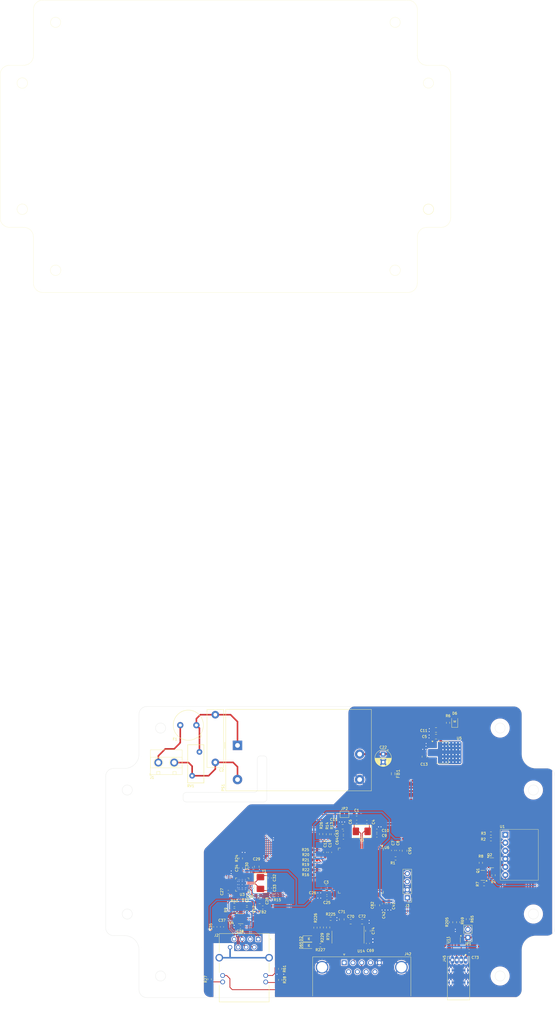
<source format=kicad_pcb>
(kicad_pcb (version 20241229) (generator "pcbnew") (generator_version "9.0")
  (layers (0 "F.Cu" signal) (2 "B.Cu" signal) (13 "F.Paste" user) (15 "B.Paste" user) (5 "F.SilkS" user "F.Silkscreen") (7 "B.SilkS" user "B.Silkscreen") (1 "F.Mask" user) (3 "B.Mask" user) (25 "Edge.Cuts" user))
  (net 0 "")
  (net 1 "GND")
  (net 2 "Net-(U6-PH0)")
  (net 3 "Net-(U6-PH1)")
  (net 4 "+3.3V")
  (net 5 "Net-(Q1-G)")
  (net 6 "/Ethernet/VDD_LAN_F_3V3")
  (net 7 "/Ethernet/VDDCR")
  (net 8 "Net-(U3-XTAL1{slash}CLKIN)")
  (net 9 "Net-(U3-XTAL2)")
  (net 10 "+5V")
  (net 11 "Net-(U14-C2-)")
  (net 12 "Net-(U14-C2+)")
  (net 13 "Net-(U14-VS-)")
  (net 14 "Net-(U14-VS+)")
  (net 15 "Net-(U14-C1+)")
  (net 16 "Net-(U14-C1-)")
  (net 17 "Net-(D2-A)")
  (net 19 "Net-(D6-A)")
  (net 20 "Net-(Q1-D)")
  (net 21 "Net-(D65-A)")
  (net 23 "Vbus")
  (net 24 "GNDPWR")
  (net 25 "/Ethernet/TD_N")
  (net 27 "/Ethernet/RD_P")
  (net 28 "/Ethernet/TD_P")
  (net 29 "/Ethernet/LEDY")
  (net 30 "/Ethernet/LEDG")
  (net 31 "/Ethernet/RD_N")
  (net 32 "Net-(J2-Pad12)")
  (net 33 "RESET")
  (net 34 "Net-(U6-VCAP_1)")
  (net 35 "Net-(U6-VCAP_2)")
  (net 37 "C_RX1")
  (net 38 "C_TX1")
  (net 44 "Net-(PS1-AC{slash}N)")
  (net 45 "C_TX2")
  (net 46 "C_RX2")
  (net 47 "/MCU_RX1")
  (net 48 "Net-(U1-TX)")
  (net 49 "/BT_KEY")
  (net 50 "Net-(J45-D-)")
  (net 51 "Net-(J45-D+)")
  (net 52 "Net-(JP1-B)")
  (net 53 "/MCU_TX1")
  (net 54 "/BT_ON")
  (net 56 "Net-(U6-BOOT0)")
  (net 57 "Net-(U3-~{INT}{slash}REFCLKO)")
  (net 58 "Net-(U3-RBIAS)")
  (net 59 "Net-(U3-RXD1{slash}MODE1)")
  (net 60 "Net-(U3-RXD0{slash}MODE0)")
  (net 61 "Net-(U3-CRS_DV{slash}MODE2)")
  (net 62 "/Ethernet/LAN_RXER")
  (net 63 "USB_VBUS")
  (net 64 "Net-(R69-Pad1)")
  (net 65 "USB_DM")
  (net 66 "Net-(U14-R1OUT)")
  (net 67 "MCU_RX2")
  (net 68 "USB_DP")
  (net 69 "Net-(R205-Pad1)")
  (net 70 "MCU_TX2")
  (net 71 "Net-(U14-T1IN)")
  (net 72 "/SYS_SWCLK")
  (net 73 "/SYS_SWO")
  (net 77 "/ETH_REF_CLK")
  (net 82 "/ETH_RXD1")
  (net 133 "Net-(J1-Pin_2)")
  (net 134 "Net-(J1-Pin_1)")
  (net 135 "ETH_nRST")
  (net 136 "/ETH_RXD0")
  (net 137 "/ETH_CRS_DV")
  (net 138 "/ETH_MDIO")
  (net 139 "/ETH_TXD1")
  (net 140 "/ETH_MDC")
  (net 141 "/ETH_TXD0")
  (net 142 "/ETH_TX_EN")
  (net 143 "/SYS_SWDIO")
  (net 146 "/BT/BT_3V3")
  (net 147 "Net-(J2-Pad10)")
  (footprint "Resistor_SMD:R_0603_1608Metric" (layer "F.Cu") (at 152.88 119.39 90)
    (property "Reference" "R8")
    (property "Value" "10k")
  )
  (footprint "Package_TO_SOT_SMD:SOT-223-3_TabPin2" (layer "F.Cu") (at 140.75 84.7)
    (property "Reference" "U5")
    (property "Value" "AMS1117-3.3")
  )
  (footprint "1-Capacitor:C_0603_1608Metric" (layer "F.Cu") (at 104.35 128.870002 180)
    (property "Reference" "C26")
    (property "Value" "10nF/50V" (hide yes))
  )
  (footprint "1-Capacitor:C_0603_1608Metric" (layer "F.Cu") (at 77.25 121.05 90)
    (property "Reference" "C34")
    (property "Value" "100nF/50V" (hide yes))
  )
  (footprint "1-Capacitor:C_0603_1608Metric" (layer "F.Cu") (at 80.4 120.825 90)
    (property "Reference" "C30")
    (property "Value" "10nF 50V" (hide yes))
  )
  (footprint "1-Capacitor:C_0603_1608Metric" (layer "F.Cu") (at 116.95 106.55 180)
    (property "Reference" "C4")
    (property "Value" "30pF/50V" (hide yes))
  )
  (footprint "Jumper:SolderJumper-2_P1.3mm_Open_Pad1.0x1.5mm" (layer "F.Cu") (at 109.9 104.15)
    (property "Reference" "JP2")
    (property "Value" "Jumper_2_Bridged")
  )
  (footprint "1-Capacitor:C_0603_1608Metric" (layer "F.Cu") (at 120.1 110.825)
    (property "Reference" "C9")
    (property "Value" "100nF/50V" (hide yes))
  )
  (footprint "Resistor_SMD:R_0603_1608Metric" (layer "F.Cu") (at 100.4 116.86 180)
    (property "Reference" "R20")
    (property "Value" "33R")
  )
  (footprint "Resistor_SMD:R_0603_1608Metric" (layer "F.Cu") (at 100.4 123.18 180)
    (property "Reference" "R16")
    (property "Value" "33R")
  )
  (footprint "Resistor_SMD:R_0603_1608Metric" (layer "F.Cu") (at 89.635 156.22 -90)
    (property "Reference" "R28")
    (property "Value" "10k")
  )
  (footprint "Resistor_SMD:R_0603_1608Metric" (layer "F.Cu") (at 142.55 75.34 90)
    (property "Reference" "R6")
    (property "Value" "10k")
  )
  (footprint "Resistor_SMD:R_0603_1608Metric" (layer "F.Cu") (at 75.2 132.65)
    (property "Reference" "R10")
    (property "Value" "49R9")
  )
  (footprint "Capacitor_SMD:C_0805_2012Metric" (layer "F.Cu") (at 82.25 120.6 90)
    (property "Reference" "C29")
    (property "Value" "1uF/50V")
  )
  (footprint "Capacitor_SMD:C_0805_2012Metric" (layer "F.Cu") (at 120.25 132.75 -90)
    (property "Reference" "C82")
    (property "Value" "2u2F/50V")
  )
  (footprint "Resistor_SMD:R_0603_1608Metric" (layer "F.Cu") (at 87.67653 129.649148 180)
    (property "Reference" "R15")
    (property "Value" "12k1")
  )
  (footprint "Resistor_SMD:R_0603_1608Metric" (layer "F.Cu") (at 126 118.025)
    (property "Reference" "R1")
    (property "Value" "10k")
  )
  (footprint "Resistor_SMD:R_0603_1608Metric" (layer "F.Cu") (at 156.05 111.98)
    (property "Reference" "R2")
    (property "Value" "20k")
  )
  (footprint "LIB_PCB_COM:HC-05" (layer "F.Cu") (at 160.5 116.88 -90)
    (property "Reference" "U1")
    (property "Value" "HC-05")
  )
  (footprint "Resistor_SMD:R_0603_1608Metric" (layer "F.Cu") (at 100.4 115.28)
    (property "Reference" "R25")
    (property "Value" "10k")
  )
  (footprint "1-Capacitor:C_0603_1608Metric" (layer "F.Cu") (at 120.1 109.275)
    (property "Reference" "C10")
    (property "Value" "10nF/50V" (hide yes))
  )
  (footprint "1-Capacitor:C_0603_1608Metric" (layer "F.Cu") (at 122.35 132.25 -90)
    (property "Reference" "C42")
    (property "Value" "10nF/50V" (hide yes))
  )
  (footprint "1-Package_SO:SOIC-16_3.9x9.9mm_P1.27mm" (layer "F.Cu") (at 111.019999 142.775 -90)
    (property "Reference" "U14")
    (property "Value" "MAX232")
  )
  (footprint "1-Capacitor:C_0603_1608Metric" (layer "F.Cu") (at 103.8 116.1 90)
    (property "Reference" "C12")
    (property "Value" "100nF/50V" (hide yes))
  )
  (footprint "Resistor_SMD:R_0603_1608Metric" (layer "F.Cu") (at 105.542499 137)
    (property "Reference" "R225")
    (property "Value" "20k")
  )
  (footprint "1-Terminal-Block:DG126_5.0_02P" (layer "F.Cu") (at 48.75 91.65)
    (property "Reference" "J1")
    (property "Value" "Screw_Terminal_01x02")
  )
  (footprint "Package_TO_SOT_SMD:SOT-23-6" (layer "F.Cu") (at 144.85 143.685514 -90)
    (property "Reference" "U11")
    (property "Value" "USBLC6-2SC6")
  )
  (footprint "Capacitor_THT:CP_Radial_D5.0mm_P2.50mm" (layer "F.Cu") (at 122.1 85.2 -90)
    (property "Reference" "C22")
    (property "Value" "47uF/25V")
  )
  (footprint "Package_DFN_QFN:VQFN-24-1EP_4x4mm_P0.5mm_EP2.5x2.5mm_ThermalVias" (layer "F.Cu") (at 77.67653 126.249148 180)
    (property "Reference" "U3")
    (property "Value" "LAN8742A")
  )
  (footprint "1-Pinhead:PinHeader_1x02_P2.54mm_Vertical" (layer "F.Cu") (at 148.8 142.873014 180)
    (property "Reference" "JP1")
    (property "Value" "Jumper_2_Open")
  )
  (footprint "1-Led:LED_0805" (layer "F.Cu") (at 98.667499 145.4)
    (property "Reference" "D65")
    (property "Value" "RED")
  )
  (footprint "Resistor_SMD:R_0603_1608Metric" (layer "F.Cu") (at 89.62 152.73 90)
    (property "Reference" "R61")
    (property "Value" "10k")
  )
  (footprint "Resistor_SMD:R_0603_1608Metric" (layer "F.Cu") (at 153.9 126.11 180)
    (property "Reference" "R7")
    (property "Value" "1k")
  )
  (footprint "Package_TO_SOT_SMD:SOT-23" (layer "F.Cu") (at 156.3 119.39)
    (property "Reference" "Q2")
    (property "Value" "Si2319CDS")
  )
  (footprint "1-Capacitor:C_0603_1608Metric" (layer "F.Cu") (at 86.37653 124.149148 -90)
    (property "Reference" "C32")
    (property "Value" "30pF/50V" (hide yes))
  )
  (footprint "LIB_PCB_COM:ARJM11C7-009-AB-EW2_Abracon" (layer "F.Cu") (at 78.3 152.3)
    (property "Reference" "J2")
    (property "Value" "ARJM11C7-009-AB-EW2")
  )
  (footprint "Resistor_SMD:R_0603_1608Metric" (layer "F.Cu") (at 100.4 121.6)
    (property "Reference" "R22")
    (property "Value" "10k")
  )
  (footprint "Resistor_SMD:R_0603_1608Metric" (layer "F.Cu") (at 102.304999 145.35 180)
    (property "Reference" "R227")
    (property "Value" "10k")
  )
  (footprint "Crystal:Crystal_SMD_5032-2Pin_5.0x3.2mm" (layer "F.Cu") (at 83.42653 125.749148 -90)
    (property "Reference" "Y1")
    (property "Value" "25Mhz")
  )
  (footprint "1-Capacitor:C_0603_1608Metric" (layer "F.Cu") (at 109.575 111.45)
    (property "Reference" "C64")
    (property "Value" "10nF/50V" (hide yes))
  )
  (footprint "Capacitor_SMD:C_0805_2012Metric" (layer "F.Cu") (at 111.854999 137.9 180)
    (property "Reference" "C70")
    (property "Value" "1uF/50V")
  )
  (footprint "Converter_ACDC:Converter_ACDC_MeanWell_IRM-10-xx_THT" (layer "F.Cu") (at 76.1925 82.45)
    (property "Reference" "PS1")
    (property "Value" "IRM-10-5")
  )
  (footprint "Resistor_SMD:R_0603_1608Metric" (layer "F.Cu") (at 156.05 110.16)
    (property "Reference" "R3")
    (property "Value" "10k")
  )
  (footprint "Resistor_SMD:R_0603_1608Metric" (layer "F.Cu") (at 106.25 110.4 90)
    (property "Reference" "R13")
    (property "Value" "33R")
  )
  (footprint "Resistor_SMD:R_0603_1608Metric" (layer "F.Cu") (at 145.75 138.085514 90)
    (property "Reference" "R69")
    (property "Value" "22R")
  )
  (footprint "Resistor_SMD:R_0603_1608Metric" (layer "F.Cu") (at 67.435 156.02 -90)
    (property "Reference" "R27")
    (property "Value" "10k")
  )
  (footprint "Crystal:Crystal_SMD_5032-2Pin_5.0x3.2mm" (layer "F.Cu") (at 115.35 109.5 180)
    (property "Reference" "Y3")
    (property "Value" "8Mhz")
  )
  (footprint "Resistor_SMD:R_0603_1608Metric" (layer "F.Cu") (at 102.754999 139.7375 90)
    (property "Reference" "R229")
    (property "Value" "1k")
  )
  (footprint "1-Capacitor:C_0603_1608Metric" (layer "F.Cu") (at 105.35 116.1 90)
    (property "Reference" "C14")
    (property "Value" "10nF/50V" (hide yes))
  )
  (footprint "1-Capacitor:C_0603_1608Metric" (layer "F.Cu") (at 113.75 104.2)
    (property "Reference" "C1")
    (property "Value" "100nF/50V" (hide yes))
  )
  (footprint "1-Capacitor:C_0603_1608Metric" (layer "F.Cu") (at 149.2 147.123014)
    (property "Reference" "C73")
    (property "Value" "100nF/50V" (hide yes))
  )
  (footprint "1-Capacitor:C_0603_1608Metric" (layer "F.Cu") (at 123.9 132.25 -90)
    (property "Reference" "C41")
    (property "Value" "100nF/50V" (hide yes))
  )
  (footprint "Fuse:Fuseholder_TR5_Littelfuse_No560_No460" (layer "F.Cu") (at 58.16 76.09)
    (property "Reference" "F1")
    (property "Value" "250VAC 0.5AAC")
  )
  (footprint "Resistor_SMD:R_0603_1608Metric" (layer "F.Cu") (at 100.4 118.44)
    (property "Reference" "R21")
    (property "Value" "10k")
  )
  (footprint "1-Capacitor:C_0603_1608Metric" (layer "F.Cu") (at 109.575 109.9)
    (property "Reference" "C63")
    (property "Value" "100nF/50V" (hide yes))
  )
  (footprint "1-Connector:MOLEX_67329-8020" (layer "F.Cu") (at 146 156.41)
    (property "Reference" "J45")
    (property "Value" "USB_A_Female_P2.5mm")
  )
  (footprint "Capacitor_SMD:C_0805_2012Metric" (layer "F.Cu") (at 109.35 108.05)
    (property "Reference" "C15")
    (property "Value" "1uF/50V")
  )
  (footprint "Capacitor_SMD:C_0805_2012Metric" (layer "F.Cu") (at 117.304999 140.8 -90)
    (property "Reference" "C74")
    (property "Value" "1uF/50V")
  )
  (footprint "1-Capacitor:C_0603_1608Metric" (layer "F.Cu") (at 73.3 128.55 180)
    (property "Reference" "C27")
    (property "Value" "100nF/50V" (hide yes))
  )
  (footprint "Resistor_SMD:R_0603_1608Metric" (layer "F.Cu") (at 77.25 118 -90)
    (property "Reference" "R24")
    (property "Value" "10k")
  )
  (footprint "1-Led:LED_0805" (layer "F.Cu") (at 144.65 74.925 90)
    (property "Reference" "D6")
    (property "Value" "RED")
  )
  (footprint "Capacitor_SMD:C_0805_2012Metric" (layer "F.Cu") (at 115.454999 137.9)
    (property "Reference" "C72")
    (property "Value" "1uF/50V")
  )
  (footprint "Package_TO_SOT_SMD:SOT-23-6" (layer "F.Cu") (at 77.2 136.9875)
    (property "Reference" "U4")
    (property "Value" "USBLC6-4SC6")
  )
  (footprint "Resistor_SMD:R_0603_1608Metric" (layer "F.Cu") (at 100.754999 139.7875 -90)
    (property "Reference" "R226")
    (property "Value" "10k")
  )
  (footprint "1-Capacitor:C_0603_1608Metric" (layer "F.Cu") (at 82.75153 129.699148)
    (property "Reference" "C36")
    (property "Value" "100nF/50V" (hide yes))
  )
  (footprint "Resistor_SMD:R_0603_1608Metric" (layer "F.Cu") (at 148.8 137.110514 90)
    (property "Reference" "R65")
    (property "Value" "10k")
  )
  (footprint "Capacitor_THT:C_Rect_L18.0mm_W5.0mm_P15.00mm_FKS3_FKP3" (layer "F.Cu") (at 69.2 87.8 90)
    (property "Reference" "C2")
    (property "Value" "0.1uF 275VAC")
  )
  (footprint "1-Capacitor:C_0603_1608Metric" (layer "F.Cu") (at 69.2 139.55 90)
    (property "Reference" "C35")
    (property "Value" "100nF/50V" (hide yes))
  )
  (footprint "1-Capacitor:C_0603_1608Metric" (layer "F.Cu") (at 71.32 139.55 90)
    (property "Reference" "C37")
    (property "Value" "100nF/50V" (hide yes))
  )
  (footprint "Varistor:RV_Disc_D12mm_W5.1mm_P7.5mm" (layer "F.Cu") (at 61.9 92 90)
    (property "Reference" "RV1")
    (property "Value" "RM10D561KD24E100")
  )
  (footprint "Resistor_SMD:R_0603_1608Metric" (layer "F.Cu") (at 143.5 138.085514 90)
    (property "Reference" "R205")
    (property "Value" "22R")
  )
  (footprint "1-Led:LED_0805" (layer "F.Cu") (at 98.679999 143.3)
    (property "Reference" "D2")
    (property "Value" "RED")
  )
  (footprint "1-Capacitor:C_0603_1608Metric" (layer "F.Cu") (at 113.75 106.5)
    (property "Reference" "C6")
    (property "Value" "30pF/50V" (hide yes))
  )
  (footprint "1-Capacitor:C_0603_1608Metric" (layer "F.Cu") (at 126.775 115.5 -90)
    (property "Reference" "C8")
    (property "Value" "10nF/50V" (hide yes))
  )
  (footprint "Package_TO_SOT_SMD:SOT-23" (layer "F.Cu") (at 153.51 123.34 180)
    (property "Reference" "Q1")
    (property "Value" "BSS123")
  )
  (footprint "Resistor_SMD:R_0603_1608Metric" (layer "F.Cu") (at 102.55 110.35 -90)
    (property "Reference" "R26")
    (property "Value" "1k")
  )
  (footprint "1-Capacitor:C_0603_1608Metric" (layer "F.Cu") (at 104.375 130.470002 180)
    (property "Reference" "C25")
    (property "Value" "100nF/50V" (hide yes))
  )
  (footprint "Resistor_SMD:R_0603_1608Metric" (layer "F.Cu") (at 79.15 133.9 180)
    (property "Reference" "R12")
    (property "Value" "49R9")
  )
  (footprint "Resistor_SMD:R_0603_1608Metric" (layer "F.Cu") (at 100.4 120.02 180)
    (property "Reference" "R19")
    (property "Value" "33R")
  )
  (footprint "Capacitor_SMD:C_0805_2012Metric" (layer "F.Cu") (at 128.85 115.6 -90)
    (property "Reference" "C95")
    (property "Value" "2u2F/50V")
  )
  (footprint "Inductor_SMD:L_0805_2012Metric" (layer "F.Cu") (at 125.25 91.375 -90)
    (property "Reference" "FB1")
    (property "Value" "100mR/1A")
  )
  (footprint "Connector_Dsub:DSUB-9_Pins_Horizontal_P2.77x2.84mm_EdgePinOffset7.70mm_Housed_MountingHolesOffset9.12mm" (layer "F.Cu") (at 109.81 150.824669)
    (property "Reference" "J42")
    (property "Value" "DE9_Receptacle_MountingHoles")
  )
  (footprint "1-Capacitor:C_0603_1608Metric" (layer "F.Cu") (at 125.225 115.5 -90)
    (property "Reference" "C7")
    (property "Value" "100nF/50V" (hide yes))
  )
  (footprint "Capacitor_SMD:C_0805_2012Metric" (layer "F.Cu") (at 138.75 77.6 180)
    (property "Reference" "C11")
    (property "Value" "2u2F/50V")
  )
  (footprint "Resistor_SMD:R_0603_1608Metric" (layer "F.Cu") (at 75.2 134.25)
    (property "Reference" "R9")
    (property "Value" "49R9")
  )
  (footprint "Package_QFP:LQFP-100_14x14mm_P0.5mm" (layer "F.Cu") (at 115.05 121.85 -90)
    (property "Reference" "U6")
    (property "Value" "STM32F407VGTx")
  )
  (footprint "Capacitor_SMD:C_0805_2012Metric" (layer "F.Cu") (at 83.15 131.5)
    (property "Reference" "C28")
    (property "Value" "1uF/50V")
  )
  (footprint "Capacitor_SMD:C_0805_2012Metric" (layer "F.Cu") (at 109.05 137.2 90)
    (property "Reference" "C71")
    (property "Value" "1uF/50V")
  )
  (footprint "Resistor_SMD:R_0603_1608Metric" (layer "F.Cu") (at 104.754999 139.7375 90)
    (property "Reference" "R70")
    (property "Value" "10k")
  )
  (footprint "Capacitor_SMD:C_0805_2012Metric" (layer "F.Cu") (at 138.75 79.7 180)
    (property "Reference" "C5")
    (property "Value" "2u2F/50V")
  )
  (footprint "Resistor_SMD:R_0603_1608Metric" (layer "F.Cu") (at 156.89 123.3 90)
    (property "Reference" "R4")
    (property "Value" "10k")
  )
  (footprint "Resistor_SMD:R_0603_1608Metric" (layer "F.Cu") (at 104.7 110.4 -90)
    (property "Reference" "R14")
    (property "Value" "10k")
  )
  (footprint "1-Capacitor:C_0603_1608Metric" (layer "F.Cu") (at 117.304999 144.75 90)
    (property "Reference" "C69")
    (property "Value" "100nF/50V" (hide yes))
  )
  (footprint "Inductor_SMD:L_0603_1608Metric" (layer "F.Cu") (at 84.15 133.45 180)
    (property "Reference" "FB2")
    (property "Value" "450mR/200mA")
  )
  (footprint "Capacitor_SMD:C_0805_2012Metric" (layer "F.Cu") (at 104.15 127.05 180)
    (property "Reference" "C3")
    (property "Value" "2u2F/50V")
  )
  (footprint "Resistor_SMD:R_0603_1608Metric" (layer "F.Cu") (at 79.15 132.3 180)
    (property "Reference" "R11")
    (property "Value" "49R9")
  )
  (footprint "Connector_PinHeader_2.54mm:PinHeader_1x04_P2.54mm_Vertical" (layer "F.Cu") (at 129.7 130.4 180)
    (property "Reference" "J3")
    (property "Value" "Screw_Terminal_01x04")
  )
  (footprint "1-Capacitor:C_0603_1608Metric" (layer "F.Cu") (at 86.37653 127.349148 90)
    (property "Reference" "C33")
    (property "Value" "30pF/50V" (hide yes))
  )
  (footprint "1-Capacitor:C_0603_1608Metric" (layer "F.Cu") (at 77.1 139.55 180)
    (property "Reference" "C38")
    (property "Value" "100nF/50V" (hide yes))
  )
  (footprint "Capacitor_SMD:C_0805_2012Metric" (layer "F.Cu") (at 135.1 86 90)
    (property "Reference" "C13")
    (property "Value" "2u2F/50V")
  )
  (gr_curve (pts (xy 18.8713 -65.363543) (xy 19.7826 -65.363443) (xy 20.5213 -66.102243) (xy 20.5213 -67.013443)) (stroke (width 0.05)) (layer "F.SilkS"))
  (gr_curve (pts (xy 4.3713 -131.513443) (xy 3.5757 -131.513443) (xy 2.8126 -131.197443) (xy 2.25 -130.634843)) (stroke (width 0.05)) (layer "F.SilkS"))
  (gr_line (start 143.3713 -128.513543) (end 143.3713 -83.513543) (stroke (width 0.05)) (layer "F.SilkS"))
  (gr_line (start 20.5213 -67.013443) (end 20.5213 -67.013543) (stroke (width 0.05)) (layer "F.SilkS"))
  (gr_curve (pts (xy 134.7213 -86.213543) (xy 134.7213 -85.302243) (xy 135.4601 -84.563543) (xy 136.3713 -84.563543)) (stroke (width 0.05)) (layer "F.SilkS"))
  (gr_line (start 143.3713 -83.513543) (end 143.3713 -83.513443) (stroke (width 0.05)) (layer "F.SilkS"))
  (gr_curve (pts (xy 12.75 -60.892143) (xy 13.3126 -60.329543) (xy 14.0757 -60.013543) (xy 14.8713 -60.013543)) (stroke (width 0.05)) (layer "F.SilkS"))
  (gr_curve (pts (xy 10.9926 -79.634843) (xy 10.43 -80.197443) (xy 9.667 -80.513443) (xy 8.8713 -80.513443)) (stroke (width 0.05)) (layer "F.SilkS"))
  (gr_curve (pts (xy 2.25 -130.634843) (xy 1.6874 -130.072243) (xy 1.3713 -129.309143) (xy 1.3713 -128.513543)) (stroke (width 0.05)) (layer "F.SilkS"))
  (gr_curve (pts (xy 127.5213 -67.013543) (xy 127.5213 -67.924743) (xy 126.7826 -68.663443) (xy 125.8713 -68.663443)) (stroke (width 0.05)) (layer "F.SilkS"))
  (gr_line (start 14.8713 -152.013443) (end 14.8713 -152.013543) (stroke (width 0.05)) (layer "F.SilkS"))
  (gr_curve (pts (xy 133.75 -79.634843) (xy 133.1874 -79.072243) (xy 132.8713 -78.309143) (xy 132.8713 -77.513543)) (stroke (width 0.05)) (layer "F.SilkS"))
  (gr_line (start 132.8713 -63.013543) (end 132.8713 -63.013443) (stroke (width 0.05)) (layer "F.SilkS"))
  (gr_line (start 11.8713 -134.513443) (end 11.8713 -134.513543) (stroke (width 0.05)) (layer "F.SilkS"))
  (gr_curve (pts (xy 124.2213 -67.013543) (xy 124.2213 -66.102243) (xy 124.9601 -65.363543) (xy 125.8713 -65.363543)) (stroke (width 0.05)) (layer "F.SilkS"))
  (gr_line (start 135.8713 -131.513543) (end 140.3713 -131.513543) (stroke (width 0.05)) (layer "F.SilkS"))
  (gr_line (start 4.3713 -131.513443) (end 4.3713 -131.513543) (stroke (width 0.05)) (layer "F.SilkS"))
  (gr_curve (pts (xy 8.3713 -87.863443) (xy 7.4601 -87.863543) (xy 6.7213 -87.124743) (xy 6.7213 -86.213543)) (stroke (width 0.05)) (layer "F.SilkS"))
  (gr_line (start 135.8713 -80.513543) (end 135.8713 -80.513443) (stroke (width 0.05)) (layer "F.SilkS"))
  (gr_line (start 10.0213 -86.213443) (end 10.0213 -86.213543) (stroke (width 0.05)) (layer "F.SilkS"))
  (gr_curve (pts (xy 1.3713 -83.513543) (xy 1.3713 -82.717843) (xy 1.6874 -81.954743) (xy 2.25 -81.392143)) (stroke (width 0.05)) (layer "F.SilkS"))
  (gr_curve (pts (xy 10.0213 -125.913543) (xy 10.0213 -126.824743) (xy 9.2826 -127.563443) (xy 8.3713 -127.563443)) (stroke (width 0.05)) (layer "F.SilkS"))
  (gr_circle (center 125.8713 -145.013443) (end 127.4713 -145.013443) (stroke (width 0.05)) (fill no) (layer "F.SilkS"))
  (gr_curve (pts (xy 129.8713 -60.013543) (xy 131.5282 -60.013543) (xy 132.8713 -61.356643) (xy 132.8713 -63.013443)) (stroke (width 0.05)) (layer "F.SilkS"))
  (gr_curve (pts (xy 136.3713 -87.863443) (xy 135.4601 -87.863543) (xy 134.7213 -87.124743) (xy 134.7213 -86.213543)) (stroke (width 0.05)) (layer "F.SilkS"))
  (gr_curve (pts (xy 125.8713 -68.663443) (xy 124.9601 -68.663543) (xy 124.2213 -67.924743) (xy 124.2213 -67.013543)) (stroke (width 0.05)) (layer "F.SilkS"))
  (gr_curve (pts (xy 142.4926 -130.634843) (xy 141.93 -131.197443) (xy 141.167 -131.513443) (xy 140.3713 -131.513443)) (stroke (width 0.05)) (layer "F.SilkS"))
  (gr_curve (pts (xy 11.8713 -63.013543) (xy 11.8713 -62.217843) (xy 12.1874 -61.454743) (xy 12.75 -60.892143)) (stroke (width 0.05)) (layer "F.SilkS"))
  (gr_line (start 1.3713 -128.513543) (end 1.3713 -83.513543) (stroke (width 0.05)) (layer "F.SilkS"))
  (gr_curve (pts (xy 8.8713 -131.513543) (xy 10.5282 -131.513543) (xy 11.8713 -132.856643) (xy 11.8713 -134.513443)) (stroke (width 0.05)) (layer "F.SilkS"))
  (gr_curve (pts (xy 8.3713 -84.563543) (xy 9.2826 -84.563443) (xy 10.0213 -85.302243) (xy 10.0213 -86.213443)) (stroke (width 0.05)) (layer "F.SilkS"))
  (gr_curve (pts (xy 17.2213 -67.013543) (xy 17.2213 -66.102243) (xy 17.9601 -65.363543) (xy 18.8713 -65.363543)) (stroke (width 0.05)) (layer "F.SilkS"))
  (gr_curve (pts (xy 8.3713 -124.263543) (xy 9.2826 -124.263443) (xy 10.0213 -125.002243) (xy 10.0213 -125.913443)) (stroke (width 0.05)) (layer "F.SilkS"))
  (gr_curve (pts (xy 6.7213 -86.213543) (xy 6.7213 -85.302243) (xy 7.4601 -84.563543) (xy 8.3713 -84.563543)) (stroke (width 0.05)) (layer "F.SilkS"))
  (gr_curve (pts (xy 125.8713 -65.363543) (xy 126.7826 -65.363443) (xy 127.5213 -66.102243) (xy 127.5213 -67.013443)) (stroke (width 0.05)) (layer "F.SilkS"))
  (gr_line (start 14.8713 -60.013543) (end 129.8713 -60.013543) (stroke (width 0.05)) (layer "F.SilkS"))
  (gr_circle (center 136.3713 -86.213443) (end 137.9713 -86.213443) (stroke (width 0.05)) (fill no) (layer "F.SilkS"))
  (gr_curve (pts (xy 132.8713 -149.013543) (xy 132.8713 -149.809143) (xy 132.5553 -150.572243) (xy 131.9926 -151.134843)) (stroke (width 0.05)) (layer "F.SilkS"))
  (gr_curve (pts (xy 138.0213 -86.213543) (xy 138.0213 -87.124743) (xy 137.2826 -87.863443) (xy 136.3713 -87.863443)) (stroke (width 0.05)) (layer "F.SilkS"))
  (gr_curve (pts (xy 2.25 -81.392143) (xy 2.8126 -80.829543) (xy 3.5757 -80.513543) (xy 4.3713 -80.513543)) (stroke (width 0.05)) (layer "F.SilkS"))
  (gr_curve (pts (xy 135.8713 -80.513443) (xy 135.0757 -80.513443) (xy 134.3126 -80.197443) (xy 133.75 -79.634843)) (stroke (width 0.05)) (layer "F.SilkS"))
  (gr_curve (pts (xy 132.8713 -134.513543) (xy 132.8713 -133.717843) (xy 133.1874 -132.954743) (xy 133.75 -132.392143)) (stroke (width 0.05)) (layer "F.SilkS"))
  (gr_curve (pts (xy 8.3713 -127.563443) (xy 7.4601 -127.563543) (xy 6.7213 -126.824743) (xy 6.7213 -125.913543)) (stroke (width 0.05)) (layer "F.SilkS"))
  (gr_line (start 10.0213 -125.913443) (end 10.0213 -125.913543) (stroke (width 0.05)) (layer "F.SilkS"))
  (gr_line (start 140.3713 -131.513543) (end 140.3713 -131.513443) (stroke (width 0.05)) (layer "F.SilkS"))
  (gr_curve (pts (xy 10.0213 -86.213543) (xy 10.0213 -87.124743) (xy 9.2826 -87.863443) (xy 8.3713 -87.863443)) (stroke (width 0.05)) (layer "F.SilkS"))
  (gr_curve (pts (xy 20.5213 -67.013543) (xy 20.5213 -67.924743) (xy 19.7826 -68.663443) (xy 18.8713 -68.663443)) (stroke (width 0.05)) (layer "F.SilkS"))
  (gr_line (start 138.0213 -86.213443) (end 138.0213 -86.213543) (stroke (width 0.05)) (layer "F.SilkS"))
  (gr_line (start 129.8713 -152.013543) (end 14.8713 -152.013543) (stroke (width 0.05)) (layer "F.SilkS"))
  (gr_curve (pts (xy 14.8713 -152.013443) (xy 14.0757 -152.013443) (xy 13.3126 -151.697443) (xy 12.75 -151.134843)) (stroke (width 0.05)) (layer "F.SilkS"))
  (gr_circle (center 18.8713 -145.013443) (end 20.4713 -145.013443) (stroke (width 0.05)) (fill no) (layer "F.SilkS"))
  (gr_line (start 129.8713 -152.013543) (end 129.8713 -152.013443) (stroke (width 0.05)) (layer "F.SilkS"))
  (gr_curve (pts (xy 11.8713 -77.513543) (xy 11.8713 -78.309143) (xy 11.5553 -79.072243) (xy 10.9926 -79.634843)) (stroke (width 0.05)) (layer "F.SilkS"))
  (gr_line (start 11.8713 -77.513543) (end 11.8713 -63.013543) (stroke (width 0.05)) (layer "F.SilkS"))
  (gr_line (start 132.8713 -149.013543) (end 132.8713 -134.513543) (stroke (width 0.05)) (layer "F.SilkS"))
  (gr_curve (pts (xy 136.3713 -84.563543) (xy 137.2826 -84.563443) (xy 138.0213 -85.302243) (xy 138.0213 -86.213443)) (stroke (width 0.05)) (layer "F.SilkS"))
  (gr_line (start 127.5213 -67.013443) (end 127.5213 -67.013543) (stroke (width 0.05)) (layer "F.SilkS"))
  (gr_curve (pts (xy 131.9926 -151.134843) (xy 131.43 -151.697443) (xy 130.667 -152.013443) (xy 129.8713 -152.013443)) (stroke (width 0.05)) (layer "F.SilkS"))
  (gr_line (start 132.8713 -77.513543) (end 132.8713 -63.013543) (stroke (width 0.05)) (layer "F.SilkS"))
  (gr_line (start 4.3713 -80.513543) (end 8.8713 -80.513543) (stroke (width 0.05)) (layer "F.SilkS"))
  (gr_line (start 140.3713 -80.513543) (end 135.8713 -80.513543) (stroke (width 0.05)) (layer "F.SilkS"))
  (gr_curve (pts (xy 133.75 -132.392143) (xy 134.3126 -131.829543) (xy 135.0757 -131.513543) (xy 135.8713 -131.513543)) (stroke (width 0.05)) (layer "F.SilkS"))
  (gr_line (start 11.8713 -134.513543) (end 11.8713 -149.013543) (stroke (width 0.05)) (layer "F.SilkS"))
  (gr_line (start 8.8713 -80.513443) (end 8.8713 -80.513543) (stroke (width 0.05)) (layer "F.SilkS"))
  (gr_circle (center 136.3713 -125.913443) (end 137.9713 -125.913443) (stroke (width 0.05)) (fill no) (layer "F.SilkS"))
  (gr_curve (pts (xy 6.7213 -125.913543) (xy 6.7213 -125.002243) (xy 7.4601 -124.263543) (xy 8.3713 -124.263543)) (stroke (width 0.05)) (layer "F.SilkS"))
  (gr_line (start 4.3713 -131.513543) (end 8.8713 -131.513543) (stroke (width 0.05)) (layer "F.SilkS"))
  (gr_curve (pts (xy 140.3713 -80.513543) (xy 142.0282 -80.513543) (xy 143.3713 -81.856643) (xy 143.3713 -83.513443)) (stroke (width 0.05)) (layer "F.SilkS"))
  (gr_curve (pts (xy 143.3713 -128.513543) (xy 143.3713 -129.309143) (xy 143.0553 -130.072243) (xy 142.4926 -130.634843)) (stroke (width 0.05)) (layer "F.SilkS"))
  (gr_curve (pts (xy 18.8713 -68.663443) (xy 17.9601 -68.663543) (xy 17.2213 -67.924743) (xy 17.2213 -67.013543)) (stroke (width 0.05)) (layer "F.SilkS"))
  (gr_curve (pts (xy 12.75 -151.134843) (xy 12.1874 -150.572243) (xy 11.8713 -149.809143) (xy 11.8713 -149.013543)) (stroke (width 0.05)) (layer "F.SilkS"))
  (gr_curve (pts (xy 45.111371 146.216245) (xy 45.137017 146.411116) (xy 45.149892 146.607674) (xy 45.149892 146.804238)) (stroke (width 0.05)) (layer "Edge.Cuts"))
  (gr_line (start 35.896442 141.966102) (end 36.040338 142.043005) (stroke (width 0.05)) (layer "Edge.Cuts"))
  (gr_curve (pts (xy 168.80627 89.460914) (xy 168.620161 89.397749) (xy 168.438195 89.322392) (xy 168.261927 89.235485)) (stroke (width 0.05)) (layer "Edge.Cuts"))
  (gr_line (start 165.750108 159.306636) (end 165.750108 146.804238) (stroke (width 0.05)) (layer "Edge.Cuts"))
  (gr_curve (pts (xy 47.317796 70.22122) (xy 47.209902 70.235419) (xy 47.102946 70.256689) (xy 46.99784 70.284842)) (stroke (width 0.05)) (layer "Edge.Cuts"))
  (gr_line (start 43.615722 88.582305) (end 43.38789 88.769272) (stroke (width 0.05)) (layer "Edge.Cuts"))
  (gr_line (start 45.2822 71.891682) (end 45.234842 72.04784) (stroke (width 0.05)) (layer "Edge.Cuts"))
  (gr_line (start 34.983898 90.946442) (end 34.906995 91.090338) (stroke (width 0.05)) (layer "Edge.Cuts"))
  (gr_line (start 168.261927 89.235485) (end 168.001983 89.096563) (stroke (width 0.05)) (layer "Edge.Cuts"))
  (gr_line (start 46.540338 70.456995) (end 46.396442 70.533898) (stroke (width 0.05)) (layer "Edge.Cuts"))
  (gr_curve (pts (xy 35.896442 90.033898) (xy 35.802226 90.088289) (xy 35.711579 90.148852) (xy 35.625272 90.215069)) (stroke (width 0.05)) (layer "Edge.Cuts"))
  (gr_curve (pts (xy 45.768564 160.950842) (xy 45.840289 161.032628) (xy 45.917372 161.109711) (xy 45.999158 161.181436)) (stroke (width 0.05)) (layer "Edge.Cuts"))
  (gr_line (start 36.040338 89.956995) (end 35.896442 90.033898) (stroke (width 0.05)) (layer "Edge.Cuts"))
  (gr_curve (pts (xy 175.003558 141.966102) (xy 175.097774 141.911711) (xy 175.188421 141.851148) (xy 175.274728 141.784931)) (stroke (width 0.05)) (layer "Edge.Cuts"))
  (gr_line (start 44.032305 143.834278) (end 44.219272 144.06211) (stroke (width 0.05)) (layer "Edge.Cuts"))
  (gr_curve (pts (xy 174.558318 142.1678) (xy 174.66135 142.132832) (xy 174.762084 142.091114) (xy 174.859662 142.043005)) (stroke (width 0.05)) (layer "Edge.Cuts"))
  (gr_curve (pts (xy 46.841682 70.3322) (xy 46.73865 70.367168) (xy 46.637916 70.408886) (xy 46.540338 70.456995)) (stroke (width 0.05)) (layer "Edge.Cuts"))
  (gr_curve (pts (xy 164.058318 161.6678) (xy 164.16135 161.632832) (xy 164.262084 161.591114) (xy 164.359662 161.543005)) (stroke (width 0.05)) (layer "Edge.Cuts"))
  (gr_line (start 40.645762 89.699892) (end 37.143364 89.699892) (stroke (width 0.05)) (layer "Edge.Cuts"))
  (gr_curve (pts (xy 46.125272 161.284931) (xy 46.211579 161.351148) (xy 46.302226 161.411711) (xy 46.396442 161.466102)) (stroke (width 0.05)) (layer "Edge.Cuts"))
  (gr_line (start 165.665158 72.04784) (end 165.6178 71.891682) (stroke (width 0.05)) (layer "Edge.Cuts"))
  (gr_curve (pts (xy 175.734931 141.324728) (xy 175.801148 141.238421) (xy 175.861711 141.147774) (xy 175.916102 141.053558)) (stroke (width 0.05)) (layer "Edge.Cuts"))
  (gr_curve (pts (xy 174.859662 89.956995) (xy 174.762084 89.908886) (xy 174.66135 89.867168) (xy 174.558318 89.8322)) (stroke (width 0.05)) (layer "Edge.Cuts"))
  (gr_line (start 35.165069 141.324728) (end 35.268564 141.450842) (stroke (width 0.05)) (layer "Edge.Cuts"))
  (gr_line (start 176.250108 139.806636) (end 176.250108 92.193364) (stroke (width 0.05)) (layer "Edge.Cuts"))
  (gr_curve (pts (xy 44.032305 88.165722) (xy 43.902729 88.313472) (xy 43.763472 88.452729) (xy 43.615722 88.582305)) (stroke (width 0.05)) (layer "Edge.Cuts"))
  (gr_curve (pts (xy 175.916102 90.946442) (xy 175.861711 90.852226) (xy 175.801148 90.761579) (xy 175.734931 90.675272)) (stroke (width 0.05)) (layer "Edge.Cuts"))
  (gr_line (start 46.841682 161.6678) (end 46.99784 161.715158) (stroke (width 0.05)) (layer "Edge.Cuts"))
  (gr_line (start 83.45 85.75) (end 84.45 85.75) (stroke (width 0.05)) (layer "Edge.Cuts"))
  (gr_line (start 47.643364 161.800108) (end 163.256636 161.800108) (stroke (width 0.05)) (layer "Edge.Cuts"))
  (gr_curve (pts (xy 165.903543 86.36166) (xy 165.852692 86.171811) (xy 165.814275 85.978627) (xy 165.788629 85.783755)) (stroke (width 0.05)) (layer "Edge.Cuts"))
  (gr_curve (pts (xy 36.817796 142.27878) (xy 36.92569 142.292979) (xy 37.034523 142.300108) (xy 37.143364 142.300108)) (stroke (width 0.05)) (layer "Edge.Cuts"))
  (gr_curve (pts (xy 47.317796 161.77878) (xy 47.42569 161.792979) (xy 47.534523 161.800108) (xy 47.643364 161.800108)) (stroke (width 0.05)) (layer "Edge.Cuts"))
  (gr_line (start 34.734842 140.45216) (end 34.7822 140.608318) (stroke (width 0.05)) (layer "Edge.Cuts"))
  (gr_line (start 45.665069 160.824728) (end 45.768564 160.950842) (stroke (width 0.05)) (layer "Edge.Cuts"))
  (gr_curve (pts (xy 42.09373 142.539086) (xy 42.279839 142.602251) (xy 42.461805 142.677608) (xy 42.638073 142.764515)) (stroke (width 0.05)) (layer "Edge.Cuts"))
  (gr_line (start 166.353437 87.448017) (end 166.214515 87.188073) (stroke (width 0.05)) (layer "Edge.Cuts"))
  (gr_line (start 45.234842 159.95216) (end 45.2822 160.108318) (stroke (width 0.05)) (layer "Edge.Cuts"))
  (gr_curve (pts (xy 176.22878 140.132204) (xy 176.242979 140.02431) (xy 176.250108 139.915477) (xy 176.250108 139.806636)) (stroke (width 0.05)) (layer "Edge.Cuts"))
  (gr_curve (pts (xy 35.499158 90.318564) (xy 35.417372 90.390289) (xy 35.340289 90.467372) (xy 35.268564 90.549158)) (stroke (width 0.05)) (layer "Edge.Cuts"))
  (gr_curve (pts (xy 176.22878 91.867796) (xy 176.214581 91.759902) (xy 176.193311 91.652946) (xy 176.165158 91.54784)) (stroke (width 0.05)) (layer "Edge.Cuts"))
  (gr_curve (pts (xy 34.983898 141.053558) (xy 35.038289 141.147774) (xy 35.098852 141.238421) (xy 35.165069 141.324728)) (stroke (width 0.05)) (layer "Edge.Cuts"))
  (gr_line (start 166.867695 88.165722) (end 166.680728 87.93789) (stroke (width 0.05)) (layer "Edge.Cuts"))
  (gr_circle (center 51.95 155) (end 51.95 156.59) (stroke (width 0.05)) (fill no) (layer "Edge.Cuts"))
  (gr_curve (pts (xy 47.643364 70.199892) (xy 47.534523 70.199892) (xy 47.42569 70.207021) (xy 47.317796 70.22122)) (stroke (width 0.05)) (layer "Edge.Cuts"))
  (gr_curve (pts (xy 165.6178 71.891682) (xy 165.582832 71.78865) (xy 165.541114 71.687916) (xy 165.493005 71.590338)) (stroke (width 0.05)) (layer "Edge.Cuts"))
  (gr_line (start 176.1178 140.608318) (end 176.165158 140.45216) (stroke (width 0.05)) (layer "Edge.Cuts"))
  (gr_line (start 45.149892 146.804238) (end 45.149892 159.306636) (stroke (width 0.05)) (layer "Edge.Cuts"))
  (gr_line (start 167.284278 143.417695) (end 167.51211 143.230728) (stroke (width 0.05)) (layer "Edge.Cuts"))
  (gr_line (start 43.38789 143.230728) (end 43.615722 143.417695) (stroke (width 0.05)) (layer "Edge.Cuts"))
  (gr_line (start 169.08834 89.546457) (end 168.80627 89.460914) (stroke (width 0.05)) (layer "Edge.Cuts"))
  (gr_curve (pts (xy 166.353437 144.551983) (xy 166.451694 144.381783) (xy 166.561102 144.218027) (xy 166.680728 144.06211)) (stroke (width 0.05)) (layer "Edge.Cuts"))
  (gr_line (start 168.001983 142.903437) (end 168.261927 142.764515) (stroke (width 0.05)) (layer "Edge.Cuts"))
  (gr_curve (pts (xy 164.900842 161.181436) (xy 164.982628 161.109711) (xy 165.059711 161.032628) (xy 165.131436 160.950842)) (stroke (width 0.05)) (layer "Edge.Cuts"))
  (gr_line (start 82.45 96.25) (end 82.45 86.75) (stroke (width 0.05)) (layer "Edge.Cuts"))
  (gr_line (start 175.993005 91.090338) (end 175.916102 90.946442) (stroke (width 0.05)) (layer "Edge.Cuts"))
  (gr_curve (pts (xy 46.99784 161.715158) (xy 47.102946 161.743311) (xy 47.209902 161.764581) (xy 47.317796 161.77878)) (stroke (width 0.05)) (layer "Edge.Cuts"))
  (gr_curve (pts (xy 175.400842 141.681436) (xy 175.482628 141.609711) (xy 175.559711 141.532628) (xy 175.631436 141.450842)) (stroke (width 0.05)) (layer "Edge.Cuts"))
  (gr_circle (center 51.95 77) (end 51.95 78.59) (stroke (width 0.05)) (fill no) (layer "Edge.Cuts"))
  (gr_line (start 46.125272 70.715069) (end 45.999158 70.818564) (stroke (width 0.05)) (layer "Edge.Cuts"))
  (gr_line (start 164.900842 70.818564) (end 164.774728 70.715069) (stroke (width 0.05)) (layer "Edge.Cuts"))
  (gr_line (start 164.503558 70.533898) (end 164.359662 70.456995) (stroke (width 0.05)) (layer "Edge.Cuts"))
  (gr_curve (pts (xy 45.234842 72.04784) (xy 45.206689 72.152946) (xy 45.185419 72.259902) (xy 45.17122 72.367796)) (stroke (width 0.05)) (layer "Edge.Cuts"))
  (gr_line (start 35.625272 90.215069) (end 35.499158 90.318564) (stroke (width 0.05)) (layer "Edge.Cuts"))
  (gr_curve (pts (xy 34.734842 91.54784) (xy 34.706689 91.652946) (xy 34.685419 91.759902) (xy 34.67122 91.867796)) (stroke (width 0.05)) (layer "Edge.Cuts"))
  (gr_curve (pts (xy 163.90216 70.284842) (xy 163.797054 70.256689) (xy 163.690098 70.235419) (xy 163.582204 70.22122)) (stroke (width 0.05)) (layer "Edge.Cuts"))
  (gr_line (start 175.631436 141.450842) (end 175.734931 141.324728) (stroke (width 0.05)) (layer "Edge.Cuts"))
  (gr_line (start 35.268564 90.549158) (end 35.165069 90.675272) (stroke (width 0.05)) (layer "Edge.Cuts"))
  (gr_curve (pts (xy 164.774728 70.715069) (xy 164.688421 70.648852) (xy 164.597774 70.588289) (xy 164.503558 70.533898)) (stroke (width 0.05)) (layer "Edge.Cuts"))
  (gr_curve (pts (xy 34.649892 139.806636) (xy 34.649892 139.915477) (xy 34.657021 140.02431) (xy 34.67122 140.132204)) (stroke (width 0.05)) (layer "Edge.Cuts"))
  (gr_circle (center 41.45 96.5) (end 41.45 98.09) (stroke (width 0.05)) (fill no) (layer "Edge.Cuts"))
  (gr_line (start 35.499158 141.681436) (end 35.625272 141.784931) (stroke (width 0.05)) (layer "Edge.Cuts"))
  (gr_curve (pts (xy 174.082204 89.72122) (xy 173.97431 89.707021) (xy 173.865477 89.699892) (xy 173.756636 89.699892)) (stroke (width 0.05)) (layer "Edge.Cuts"))
  (gr_line (start 175.274728 141.784931) (end 175.400842 141.681436) (stroke (width 0.05)) (layer "Edge.Cuts"))
  (gr_curve (pts (xy 165.665158 159.95216) (xy 165.693311 159.847054) (xy 165.714581 159.740098) (xy 165.72878 159.632204)) (stroke (width 0.05)) (layer "Edge.Cuts"))
  (gr_line (start 165.750108 85.195762) (end 165.750108 72.693364) (stroke (width 0.05)) (layer "Edge.Cuts"))
  (gr_curve (pts (xy 34.7822 140.608318) (xy 34.817168 140.71135) (xy 34.858886 140.812084) (xy 34.906995 140.909662)) (stroke (width 0.05)) (layer "Edge.Cuts"))
  (gr_line (start 59.05 98.25) (end 59.05 99.25) (stroke (width 0.05)) (layer "Edge.Cuts"))
  (gr_curve (pts (xy 36.040338 142.043005) (xy 36.137916 142.091114) (xy 36.23865 142.132832) (xy 36.341682 142.1678)) (stroke (width 0.05)) (layer "Edge.Cuts"))
  (gr_line (start 165.6178 160.108318) (end 165.665158 159.95216) (stroke (width 0.05)) (layer "Edge.Cuts"))
  (gr_line (start 45.406995 160.409662) (end 45.483898 160.553558) (stroke (width 0.05)) (layer "Edge.Cuts"))
  (gr_circle (center 169.45 135.5) (end 169.45 137.09) (stroke (width 0.05)) (fill no) (layer "Edge.Cuts"))
  (gr_curve (pts (xy 165.131436 71.049158) (xy 165.059711 70.967372) (xy 164.982628 70.890289) (xy 164.900842 70.818564)) (stroke (width 0.05)) (layer "Edge.Cuts"))
  (gr_curve (pts (xy 165.750108 72.693364) (xy 165.750108 72.584523) (xy 165.742979 72.47569) (xy 165.72878 72.367796)) (stroke (width 0.05)) (layer "Edge.Cuts"))
  (gr_line (start 165.234931 71.175272) (end 165.131436 71.049158) (stroke (width 0.05)) (layer "Edge.Cuts"))
  (gr_curve (pts (xy 169.666245 142.338629) (xy 169.861116 142.312983) (xy 170.057674 142.300108) (xy 170.254238 142.300108)) (stroke (width 0.05)) (layer "Edge.Cuts"))
  (gr_line (start 67.05 97.25) (end 81.45 97.25) (stroke (width 0.05)) (layer "Edge.Cuts"))
  (gr_curve (pts (xy 165.72878 72.367796) (xy 165.714581 72.259902) (xy 165.693311 72.152946) (xy 165.665158 72.04784)) (stroke (width 0.05)) (layer "Edge.Cuts"))
  (gr_line (start 45.768564 71.049158) (end 45.665069 71.175272) (stroke (width 0.05)) (layer "Edge.Cuts"))
  (gr_line (start 36.341682 142.1678) (end 36.49784 142.215158) (stroke (width 0.05)) (layer "Edge.Cuts"))
  (gr_line (start 165.989086 86.64373) (end 165.903543 86.36166) (stroke (width 0.05)) (layer "Edge.Cuts"))
  (gr_arc (start 84.45 85.75) (mid 85.157107 86.042893) (end 85.45 86.75) (stroke (width 0.05)) (layer "Edge.Cuts"))
  (gr_line (start 175.916102 141.053558) (end 175.993005 140.909662) (stroke (width 0.05)) (layer "Edge.Cuts"))
  (gr_line (start 164.058318 70.3322) (end 163.90216 70.284842) (stroke (width 0.05)) (layer "Edge.Cuts"))
  (gr_circle (center 169.45 96.5) (end 169.45 98.09) (stroke (width 0.05)) (fill no) (layer "Edge.Cuts"))
  (gr_curve (pts (xy 166.680728 87.93789) (xy 166.561102 87.781973) (xy 166.451694 87.618217) (xy 166.353437 87.448017)) (stroke (width 0.05)) (layer "Edge.Cuts"))
  (gr_curve (pts (xy 167.284278 88.582305) (xy 167.136528 88.452729) (xy 166.997271 88.313472) (xy 166.867695 88.165722)) (stroke (width 0.05)) (layer "Edge.Cuts"))
  (gr_line (start 34.649892 92.193364) (end 34.649892 139.806636) (stroke (width 0.05)) (layer "Edge.Cuts"))
  (gr_curve (pts (xy 45.665069 71.175272) (xy 45.598852 71.261579) (xy 45.538289 71.352226) (xy 45.483898 71.446442)) (stroke (width 0.05)) (layer "Edge.Cuts"))
  (gr_line (start 67.05 97.25) (end 60.05 97.25) (stroke (width 0.05)) (layer "Edge.Cuts"))
  (gr_line (start 174.859662 142.043005) (end 175.003558 141.966102) (stroke (width 0.05)) (layer "Edge.Cuts"))
  (gr_line (start 174.40216 142.215158) (end 174.558318 142.1678) (stroke (width 0.05)) (layer "Edge.Cuts"))
  (gr_line (start 163.90216 161.715158) (end 164.058318 161.6678) (stroke (width 0.05)) (layer "Edge.Cuts"))
  (gr_line (start 175.003558 90.033898) (end 174.859662 89.956995) (stroke (width 0.05)) (layer "Edge.Cuts"))
  (gr_curve (pts (xy 175.993005 140.909662) (xy 176.041114 140.812084) (xy 176.082832 140.71135) (xy 176.1178 140.608318)) (stroke (width 0.05)) (layer "Edge.Cuts"))
  (gr_curve (pts (xy 46.396442 70.533898) (xy 46.302226 70.588289) (xy 46.211579 70.648852) (xy 46.125272 70.715069)) (stroke (width 0.05)) (layer "Edge.Cuts"))
  (gr_arc (start 59.05 98.25) (mid 59.342893 97.542893) (end 60.05 97.25) (stroke (width 0.05)) (layer "Edge.Cuts"))
  (gr_curve (pts (xy 165.72878 159.632204) (xy 165.742979 159.52431) (xy 165.750108 159.415477) (xy 165.750108 159.306636)) (stroke (width 0.05)) (layer "Edge.Cuts"))
  (gr_circle (center 158.95 77) (end 158.95 78.59) (stroke (width 0.05)) (fill no) (layer "Edge.Cuts"))
  (gr_line (start 44.546563 144.551983) (end 44.685485 144.811927) (stroke (width 0.05)) (layer "Edge.Cuts"))
  (gr_curve (pts (xy 169.666245 89.661371) (xy 169.471373 89.635725) (xy 169.278189 89.597308) (xy 169.08834 89.546457)) (stroke (width 0.05)) (layer "Edge.Cuts"))
  (gr_curve (pts (xy 45.111371 85.783755) (xy 45.085725 85.978627) (xy 45.047308 86.171811) (xy 44.996457 86.36166)) (stroke (width 0.05)) (layer "Edge.Cuts"))
  (gr_line (start 42.898017 89.096563) (end 42.638073 89.235485) (stroke (width 0.05)) (layer "Edge.Cuts"))
  (gr_line (start 45.999158 161.181436) (end 46.125272 161.284931) (stroke (width 0.05)) (layer "Edge.Cuts"))
  (gr_curve (pts (xy 164.503558 161.466102) (xy 164.597774 161.411711) (xy 164.688421 161.351148) (xy 164.774728 161.284931)) (stroke (width 0.05)) (layer "Edge.Cuts"))
  (gr_line (start 44.996457 86.36166) (end 44.910914 86.64373) (stroke (width 0.05)) (layer "Edge.Cuts"))
  (gr_line (start 175.734931 90.675272) (end 175.631436 90.549158) (stroke (width 0.05)) (layer "Edge.Cuts"))
  (gr_line (start 165.416102 160.553558) (end 165.493005 160.409662) (stroke (width 0.05)) (layer "Edge.Cuts"))
  (gr_curve (pts (xy 165.750108 146.804238) (xy 165.750108 146.607674) (xy 165.762983 146.411116) (xy 165.788629 146.216245)) (stroke (width 0.05)) (layer "Edge.Cuts"))
  (gr_curve (pts (xy 35.165069 90.675272) (xy 35.098852 90.761579) (xy 35.038289 90.852226) (xy 34.983898 90.946442)) (stroke (width 0.05)) (layer "Edge.Cuts"))
  (gr_line (start 44.910914 145.35627) (end 44.996457 145.63834) (stroke (width 0.05)) (layer "Edge.Cuts"))
  (gr_curve (pts (xy 165.989086 145.35627) (xy 166.052251 145.170161) (xy 166.127608 144.988195) (xy 166.214515 144.811927)) (stroke (width 0.05)) (layer "Edge.Cuts"))
  (gr_curve (pts (xy 44.910914 86.64373) (xy 44.847749 86.829839) (xy 44.772392 87.011805) (xy 44.685485 87.188073)) (stroke (width 0.05)) (layer "Edge.Cuts"))
  (gr_curve (pts (xy 46.540338 161.543005) (xy 46.637916 161.591114) (xy 46.73865 161.632832) (xy 46.841682 161.6678)) (stroke (width 0.05)) (layer "Edge.Cuts"))
  (gr_curve (pts (xy 44.219272 144.06211) (xy 44.338898 144.218027) (xy 44.448306 144.381783) (xy 44.546563 144.551983)) (stroke (width 0.05)) (layer "Edge.Cuts"))
  (gr_line (start 165.493005 71.590338) (end 165.416102 71.446442) (stroke (width 0.05)) (layer "Edge.Cuts"))
  (gr_curve (pts (xy 176.250108 92.193364) (xy 176.250108 92.084523) (xy 176.242979 91.97569) (xy 176.22878 91.867796)) (stroke (width 0.05)) (layer "Edge.Cuts"))
  (gr_line (start 36.49784 89.784842) (end 36.341682 89.8322) (stroke (width 0.05)) (layer "Edge.Cuts"))
  (gr_circle (center 41.45 135.5) (end 41.45 137.09) (stroke (width 0.05)) (fill no) (layer "Edge.Cuts"))
  (gr_curve (pts (xy 43.38789 88.769272) (xy 43.231973 88.888898) (xy 43.068217 88.998306) (xy 42.898017 89.096563)) (stroke (width 0.05)) (layer "Edge.Cuts"))
  (gr_line (start 34.906995 140.909662) (end 34.983898 141.053558) (stroke (width 0.05)) (layer "Edge.Cuts"))
  (gr_curve (pts (xy 163.582204 161.77878) (xy 163.690098 161.764581) (xy 163.797054 161.743311) (xy 163.90216 161.715158)) (stroke (width 0.05)) (layer "Edge.Cuts"))
  (gr_curve (pts (xy 165.234931 160.824728) (xy 165.301148 160.738421) (xy 165.361711 160.647774) (xy 165.416102 160.553558)) (stroke (width 0.05)) (layer "Edge.Cuts"))
  (gr_line (start 173.756636 89.699892) (end 170.254238 89.699892) (stroke (width 0.05)) (layer "Edge.Cuts"))
  (gr_curve (pts (xy 166.867695 143.834278) (xy 166.997271 143.686528) (xy 167.136528 143.547271) (xy 167.284278 143.417695)) (stroke (width 0.05)) (layer "Edge.Cuts"))
  (gr_line (start 42.638073 142.764515) (end 42.898017 142.903437) (stroke (width 0.05)) (layer "Edge.Cuts"))
  (gr_line (start 166.214515 144.811927) (end 166.353437 144.551983) (stroke (width 0.05)) (layer "Edge.Cuts"))
  (gr_line (start 175.400842 90.318564) (end 175.274728 90.215069) (stroke (width 0.05)) (layer "Edge.Cuts"))
  (gr_curve (pts (xy 34.906995 91.090338) (xy 34.858886 91.187916) (xy 34.817168 91.28865) (xy 34.7822 91.391682)) (stroke (width 0.05)) (layer "Edge.Cuts"))
  (gr_curve (pts (xy 166.214515 87.188073) (xy 166.127608 87.011805) (xy 166.052251 86.829839) (xy 165.989086 86.64373)) (stroke (width 0.05)) (layer "Edge.Cuts"))
  (gr_curve (pts (xy 165.416102 71.446442) (xy 165.361711 71.352226) (xy 165.301148 71.261579) (xy 165.234931 71.175272)) (stroke (width 0.05)) (layer "Edge.Cuts"))
  (gr_curve (pts (xy 34.67122 140.132204) (xy 34.685419 140.240098) (xy 34.706689 140.347054) (xy 34.734842 140.45216)) (stroke (width 0.05)) (layer "Edge.Cuts"))
  (gr_line (start 46.396442 161.466102) (end 46.540338 161.543005) (stroke (width 0.05)) (layer "Edge.Cuts"))
  (gr_curve (pts (xy 42.638073 89.235485) (xy 42.461805 89.322392) (xy 42.279839 89.397749) (xy 42.09373 89.460914)) (stroke (width 0.05)) (layer "Edge.Cuts"))
  (gr_curve (pts (xy 45.999158 70.818564) (xy 45.917372 70.890289) (xy 45.840289 70.967372) (xy 45.768564 71.049158)) (stroke (width 0.05)) (layer "Edge.Cuts"))
  (gr_curve (pts (xy 163.256636 161.800108) (xy 163.365477 161.800108) (xy 163.47431 161.792979) (xy 163.582204 161.77878)) (stroke (width 0.05)) (layer "Edge.Cuts"))
  (gr_curve (pts (xy 173.756636 142.300108) (xy 173.865477 142.300108) (xy 173.97431 142.292979) (xy 174.082204 142.27878)) (stroke (width 0.05)) (layer "Edge.Cuts"))
  (gr_line (start 44.685485 87.188073) (end 44.546563 87.448017) (stroke (width 0.05)) (layer "Edge.Cuts"))
  (gr_curve (pts (xy 40.645762 142.300108) (xy 40.842326 142.300108) (xy 41.038884 142.312983) (xy 41.233755 142.338629)) (stroke (width 0.05)) (layer "Edge.Cuts"))
  (gr_arc (start 60.05 100.25) (mid 59.342893 99.957107) (end 59.05 99.25) (stroke (width 0.05)) (layer "Edge.Cuts"))
  (gr_arc (start 82.45 86.75) (mid 82.742893 86.042893) (end 83.45 85.75) (stroke (width 0.05)) (layer "Edge.Cuts"))
  (gr_curve (pts (xy 35.625272 141.784931) (xy 35.711579 141.851148) (xy 35.802226 141.911711) (xy 35.896442 141.966102)) (stroke (width 0.05)) (layer "Edge.Cuts"))
  (gr_curve (pts (xy 36.341682 89.8322) (xy 36.23865 89.867168) (xy 36.137916 89.908886) (xy 36.040338 89.956995)) (stroke (width 0.05)) (layer "Edge.Cuts"))
  (gr_line (start 164.774728 161.284931) (end 164.900842 161.181436) (stroke (width 0.05)) (layer "Edge.Cuts"))
  (gr_line (start 174.558318 89.8322) (end 174.40216 89.784842) (stroke (width 0.05)) (layer "Edge.Cuts"))
  (gr_circle (center 158.95 155) (end 158.95 156.59) (stroke (width 0.05)) (fill no) (layer "Edge.Cuts"))
  (gr_curve (pts (xy 41.81166 89.546457) (xy 41.621811 89.597308) (xy 41.428627 89.635725) (xy 41.233755 89.661371)) (stroke (width 0.05)) (layer "Edge.Cuts"))
  (gr_curve (pts (xy 167.51211 143.230728) (xy 167.668027 143.111102) (xy 167.831783 143.001694) (xy 168.001983 142.903437)) (stroke (width 0.05)) (layer "Edge.Cuts"))
  (gr_curve (pts (xy 43.615722 143.417695) (xy 43.763472 143.547271) (xy 43.902729 143.686528) (xy 44.032305 143.834278)) (stroke (width 0.05)) (layer "Edge.Cuts"))
  (gr_arc (start 82.45 96.25) (mid 82.157107 96.957107) (end 81.45 97.25) (stroke (width 0.05)) (layer "Edge.Cuts"))
  (gr_curve (pts (xy 45.2822 160.108318) (xy 45.317168 160.21135) (xy 45.358886 160.312084) (xy 45.406995 160.409662)) (stroke (width 0.05)) (layer "Edge.Cuts"))
  (gr_curve (pts (xy 174.40216 89.784842) (xy 174.297054 89.756689) (xy 174.190098 89.735419) (xy 174.082204 89.72122)) (stroke (width 0.05)) (layer "Edge.Cuts"))
  (gr_line (start 163.256636 70.199892) (end 47.643364 70.199892) (stroke (width 0.05)) (layer "Edge.Cuts"))
  (gr_line (start 166.680728 144.06211) (end 166.867695 143.834278) (stroke (width 0.05)) (layer "Edge.Cuts"))
  (gr_curve (pts (xy 163.582204 70.22122) (xy 163.47431 70.207021) (xy 163.365477 70.199892) (xy 163.256636 70.199892)) (stroke (width 0.05)) (layer "Edge.Cuts"))
  (gr_curve (pts (xy 176.1178 91.391682) (xy 176.082832 91.28865) (xy 176.041114 91.187916) (xy 175.993005 91.090338)) (stroke (width 0.05)) (layer "Edge.Cuts"))
  (gr_curve (pts (xy 45.406995 71.590338) (xy 45.358886 71.687916) (xy 45.317168 71.78865) (xy 45.2822 71.891682)) (stroke (width 0.05)) (layer "Edge.Cuts"))
  (gr_line (start 168.80627 142.539086) (end 169.08834 142.453543) (stroke (width 0.05)) (layer "Edge.Cuts"))
  (gr_line (start 85.45 86.75) (end 85.45 99.25) (stroke (width 0.05)) (layer "Edge.Cuts"))
  (gr_curve (pts (xy 42.898017 142.903437) (xy 43.068217 143.001694) (xy 43.231973 143.111102) (xy 43.38789 143.230728)) (stroke (width 0.05)) (layer "Edge.Cuts"))
  (gr_line (start 46.99784 70.284842) (end 46.841682 70.3322) (stroke (width 0.05)) (layer "Edge.Cuts"))
  (gr_curve (pts (xy 175.274728 90.215069) (xy 175.188421 90.148852) (xy 175.097774 90.088289) (xy 175.003558 90.033898)) (stroke (width 0.05)) (layer "Edge.Cuts"))
  (gr_curve (pts (xy 169.08834 142.453543) (xy 169.278189 142.402692) (xy 169.471373 142.364275) (xy 169.666245 142.338629)) (stroke (width 0.05)) (layer "Edge.Cuts"))
  (gr_line (start 42.09373 89.460914) (end 41.81166 89.546457) (stroke (width 0.05)) (layer "Edge.Cuts"))
  (gr_line (start 165.903543 145.63834) (end 165.989086 145.35627) (stroke (width 0.05)) (layer "Edge.Cuts"))
  (gr_curve (pts (xy 168.261927 142.764515) (xy 168.438195 142.677608) (xy 168.620161 142.602251) (xy 168.80627 142.539086)) (stroke (width 0.05)) (layer "Edge.Cuts"))
  (gr_line (start 164.359662 161.543005) (end 164.503558 161.466102) (stroke (width 0.05)) (layer "Edge.Cuts"))
  (gr_curve (pts (xy 34.67122 91.867796) (xy 34.657021 91.97569) (xy 34.649892 92.084523) (xy 34.649892 92.193364)) (stroke (width 0.05)) (layer "Edge.Cuts"))
  (gr_arc (start 85.45 99.25) (mid 85.157107 99.957107) (end 84.45 100.25) (stroke (width 0.05)) (layer "Edge.Cuts"))
  (gr_line (start 45.483898 71.446442) (end 45.406995 71.590338) (stroke (width 0.05)) (layer "Edge.Cuts"))
  (gr_curve (pts (xy 45.17122 159.632204) (xy 45.185419 159.740098) (xy 45.206689 159.847054) (xy 45.234842 159.95216)) (stroke (width 0.05)) (layer "Edge.Cuts"))
  (gr_line (start 60.05 100.25) (end 84.45 100.25) (stroke (width 0.05)) (layer "Edge.Cuts"))
  (gr_curve (pts (xy 45.149892 85.195762) (xy 45.149892 85.392326) (xy 45.137017 85.588884) (xy 45.111371 85.783755)) (stroke (width 0.05)) (layer "Edge.Cuts"))
  (gr_curve (pts (xy 174.082204 142.27878) (xy 174.190098 142.264581) (xy 174.297054 142.243311) (xy 174.40216 142.215158)) (stroke (width 0.05)) (layer "Edge.Cuts"))
  (gr_curve (pts (xy 165.493005 160.409662) (xy 165.541114 160.312084) (xy 165.582832 160.21135) (xy 165.6178 160.108318)) (stroke (width 0.05)) (layer "Edge.Cuts"))
  (gr_curve (pts (xy 37.143364 89.699892) (xy 37.034523 89.699892) (xy 36.92569 89.707021) (xy 36.817796 89.72122)) (stroke (width 0.05)) (layer "Edge.Cuts"))
  (gr_curve (pts (xy 44.546563 87.448017) (xy 44.448306 87.618217) (xy 44.338898 87.781973) (xy 44.219272 87.93789)) (stroke (width 0.05)) (layer "Edge.Cuts"))
  (gr_line (start 34.7822 91.391682) (end 34.734842 91.54784) (stroke (width 0.05)) (layer "Edge.Cuts"))
  (gr_curve (pts (xy 164.359662 70.456995) (xy 164.262084 70.408886) (xy 164.16135 70.367168) (xy 164.058318 70.3322)) (stroke (width 0.05)) (layer "Edge.Cuts"))
  (gr_curve (pts (xy 44.685485 144.811927) (xy 44.772392 144.988195) (xy 44.847749 145.170161) (xy 44.910914 145.35627)) (stroke (width 0.05)) (layer "Edge.Cuts"))
  (gr_curve (pts (xy 165.788629 146.216245) (xy 165.814275 146.021373) (xy 165.852692 145.828189) (xy 165.903543 145.63834)) (stroke (width 0.05)) (layer "Edge.Cuts"))
  (gr_line (start 37.143364 142.300108) (end 40.645762 142.300108) (stroke (width 0.05)) (layer "Edge.Cuts"))
  (gr_curve (pts (xy 45.17122 72.367796) (xy 45.157021 72.47569) (xy 45.149892 72.584523) (xy 45.149892 72.693364)) (stroke (width 0.05)) (layer "Edge.Cuts"))
  (gr_curve (pts (xy 36.49784 142.215158) (xy 36.602946 142.243311) (xy 36.709902 142.264581) (xy 36.817796 142.27878)) (stroke (width 0.05)) (layer "Edge.Cuts"))
  (gr_line (start 165.131436 160.950842) (end 165.234931 160.824728) (stroke (width 0.05)) (layer "Edge.Cuts"))
  (gr_line (start 167.51211 88.769272) (end 167.284278 88.582305) (stroke (width 0.05)) (layer "Edge.Cuts"))
  (gr_curve (pts (xy 41.233755 89.661371) (xy 41.038884 89.687017) (xy 40.842326 89.699892) (xy 40.645762 89.699892)) (stroke (width 0.05)) (layer "Edge.Cuts"))
  (gr_curve (pts (xy 170.254238 89.699892) (xy 170.057674 89.699892) (xy 169.861116 89.687017) (xy 169.666245 89.661371)) (stroke (width 0.05)) (layer "Edge.Cuts"))
  (gr_line (start 45.149892 72.693364) (end 45.149892 85.195762) (stroke (width 0.05)) (layer "Edge.Cuts"))
  (gr_line (start 176.165158 91.54784) (end 176.1178 91.391682) (stroke (width 0.05)) (layer "Edge.Cuts"))
  (gr_curve (pts (xy 165.788629 85.783755) (xy 165.762983 85.588884) (xy 165.750108 85.392326) (xy 165.750108 85.195762)) (stroke (width 0.05)) (layer "Edge.Cuts"))
  (gr_line (start 41.81166 142.453543) (end 42.09373 142.539086) (stroke (width 0.05)) (layer "Edge.Cuts"))
  (gr_curve (pts (xy 36.817796 89.72122) (xy 36.709902 89.735419) (xy 36.602946 89.756689) (xy 36.49784 89.784842)) (stroke (width 0.05)) (layer "Edge.Cuts"))
  (gr_curve (pts (xy 35.268564 141.450842) (xy 35.340289 141.532628) (xy 35.417372 141.609711) (xy 35.499158 141.681436)) (stroke (width 0.05)) (layer "Edge.Cuts"))
  (gr_curve (pts (xy 175.631436 90.549158) (xy 175.559711 90.467372) (xy 175.482628 90.390289) (xy 175.400842 90.318564)) (stroke (width 0.05)) (layer "Edge.Cuts"))
  (gr_curve (pts (xy 41.233755 142.338629) (xy 41.428627 142.364275) (xy 41.621811 142.402692) (xy 41.81166 142.453543)) (stroke (width 0.05)) (layer "Edge.Cuts"))
  (gr_curve (pts (xy 168.001983 89.096563) (xy 167.831783 88.998306) (xy 167.668027 88.888898) (xy 167.51211 88.769272)) (stroke (width 0.05)) (layer "Edge.Cuts"))
  (gr_curve (pts (xy 45.483898 160.553558) (xy 45.538289 160.647774) (xy 45.598852 160.738421) (xy 45.665069 160.824728)) (stroke (width 0.05)) (layer "Edge.Cuts"))
  (gr_curve (pts (xy 176.165158 140.45216) (xy 176.193311 140.347054) (xy 176.214581 140.240098) (xy 176.22878 140.132204)) (stroke (width 0.05)) (layer "Edge.Cuts"))
  (gr_curve (pts (xy 44.996457 145.63834) (xy 45.047308 145.828189) (xy 45.085725 146.021373) (xy 45.111371 146.216245)) (stroke (width 0.05)) (layer "Edge.Cuts"))
  (gr_curve (pts (xy 45.149892 159.306636) (xy 45.149892 159.415477) (xy 45.157021 159.52431) (xy 45.17122 159.632204)) (stroke (width 0.05)) (layer "Edge.Cuts"))
  (gr_line (start 170.254238 142.300108) (end 173.756636 142.300108) (stroke (width 0.05)) (layer "Edge.Cuts"))
  (gr_line (start 44.219272 87.93789) (end 44.032305 88.165722) (stroke (width 0.05)) (layer "Edge.Cuts"))
  (segment (start 120.55 130.3) (end 120.574 130.324) (width 0.25) (layer "F.Cu") (net 1))
  (segment (start 78.025 120.275) (end 78.35 119.95) (width 0.25) (layer "F.Cu") (net 1))
  (segment (start 76.0625 136.9875) (end 76.8375 136.9875) (width 0.3) (layer "F.Cu") (net 1))
  (segment (start 77.67653 125.249148) (end 77.67653 126.249148) (width 0.3) (layer "F.Cu") (net 1))
  (segment (start 78.35 117.4) (end 78.125 117.175) (width 0.25) (layer "F.Cu") (net 1))
  (segment (start 82.25 118.85) (end 82.25 119.65) (width 0.25) (layer "F.Cu") (net 1))
  (segment (start 78.67653 125.249148) (end 77.67653 125.249148) (width 0.3) (layer "F.Cu") (net 1))
  (segment (start 120.827834 130.651) (end 121.45 131.273166) (width 0.25) (layer "F.Cu") (net 1))
  (segment (start 77.076 137.226) (end 77.076 138.574) (width 0.3) (layer "F.Cu") (net 1))
  (segment (start 106.375 116.35) (end 105.35 115.325) (width 0.3) (layer "F.Cu") (net 1))
  (segment (start 116.55 113.05) (end 116.95 112.65) (width 0.3) (layer "F.Cu") (net 1))
  (segment (start 120.574 130.324) (end 120.574 130.418178) (width 0.25) (layer "F.Cu") (net 1))
  (segment (start 83.52653 129.699148) (end 83.649148 129.699148) (width 0.25) (layer "F.Cu") (net 1))
  (segment (start 80.8 118.6) (end 82 118.6) (width 0.25) (layer "F.Cu") (net 1))
  (segment (start 77.67653 127.249148) (end 78.67653 127.249148) (width 0.3) (layer "F.Cu") (net 1))
  (segment (start 120.875 111.75) (end 120.875 110.825) (width 0.3) (layer "F.Cu") (net 1))
  (segment (start 116.55 114.175) (end 116.55 113.05) (width 0.3) (layer "F.Cu") (net 1))
  (segment (start 128.575 116.275) (end 128.85 116.55) (width 0.3) (layer "F.Cu") (net 1))
  (segment (start 111.55 114.175) (end 111.55 113.05) (width 0.3) (layer "F.Cu") (net 1))
  (segment (start 125.225 116.275) (end 126.775 116.275) (width 0.3) (layer "F.Cu") (net 1))
  (segment (start 110.35 108.1) (end 110.3 108.05) (width 0.3) (layer "F.Cu") (net 1))
  (segment (start 121.725 133.025) (end 122.35 133.025) (width 0.25) (layer "F.Cu") (net 1))
  (segment (start 120.55 129.525) (end 120.55 130.3) (width 0.25) (layer "F.Cu") (net 1))
  (segment (start 111.55 113.05) (end 110.35 111.85) (width 0.3) (layer "F.Cu") (net 1))
  (segment (start 121.45 131.273166) (end 121.45 132.75) (width 0.25) (layer "F.Cu") (net 1))
  (segment (start 110.35 111.45) (end 110.35 108.1) (width 0.3) (layer "F.Cu") (net 1))
  (segment (start 80.4 119) (end 80.8 118.6) (width 0.25) (layer "F.Cu") (net 1))
  (segment (start 76.67653 125.249148) (end 76.67653 126.249148) (width 0.3) (layer "F.Cu") (net 1))
  (segment (start 80.4 120.05) (end 80.4 119) (width 0.25) (layer "F.Cu") (net 1))
  (segment (start 122.725 116.35) (end 125.15 116.35) (width 0.3) (layer "F.Cu") (net 1))
  (segment (start 76.67653 126.249148) (end 76.67653 127.249148) (width 0.3) (layer "F.Cu") (net 1))
  (segment (start 77.25 120.275) (end 78.025 120.275) (width 0.25) (layer "F.Cu") (net 1))
  (segment (start 125.15 116.35) (end 125.225 116.275) (width 0.3) (layer "F.Cu") (net 1))
  (segment (start 83.649148 129.699148) (end 84.1 130.15) (width 0.25) (layer "F.Cu") (net 1))
  (segment (start 78.67653 126.249148) (end 78.67653 125.249148) (width 0.3) (layer "F.Cu") (net 1))
  (segment (start 78.35 119.95) (end 78.35 117.4) (width 0.25) (layer "F.Cu") (net 1))
  (segment (start 110.35 111.45) (end 110.35 109.9) (width 0.3) (layer "F.Cu") (net 1))
  (segment (start 84.1 130.15) (end 84.1 131.5) (width 0.25) (layer "F.Cu") (net 1))
  (segment (start 78.125 117.175) (end 77.25 117.175) (width 0.25) (layer "F.Cu") (net 1))
  (segment (start 82 118.6) (end 82.25 118.85) (width 0.25) (layer "F.Cu") (net 1))
  (segment (start 120.574 130.418178) (end 120.806822 130.651) (width 0.25) (layer "F.Cu") (net 1))
  (segment (start 78.67653 127.249148) (end 78.67653 126.249148) (width 0.3) (layer "F.Cu") (net 1))
  (segment (start 110.35 111.85) (end 110.35 111.45) (width 0.3) (layer "F.Cu") (net 1))
  (segment (start 144.85 141) (end 144.85 142.548014) (width 0.5) (layer "F.Cu") (net 1))
  (segment (start 116.95 112.65) (end 119.975 112.65) (width 0.3) (layer "F.Cu") (net 1))
  (segment (start 76.67653 127.249148) (end 77.67653 127.249148) (width 0.3) (layer "F.Cu") (net 1))
  (segment (start 120.806822 130.651) (end 120.827834 130.651) (width 0.25) (layer "F.Cu") (net 1))
  (segment (start 107.375 116.35) (end 106.375 116.35) (width 0.3) (layer "F.Cu") (net 1))
  (segment (start 119.975 112.65) (end 120.875 111.75) (width 0.3) (layer "F.Cu") (net 1))
  (segment (start 121.45 132.75) (end 121.725 133.025) (width 0.25) (layer "F.Cu") (net 1))
  (segment (start 105.35 115.325) (end 103.8 115.325) (width 0.3) (layer "F.Cu") (net 1))
  (segment (start 77.076 138.574) (end 76.325 139.325) (width 0.3) (layer "F.Cu") (net 1))
  (segment (start 76.325 139.325) (end 76.325 139.55) (width 0.3) (layer "F.Cu") (net 1))
  (segment (start 76.8375 136.9875) (end 77.076 137.226) (width 0.3) (layer "F.Cu") (net 1))
  (segment (start 126.775 116.275) (end 128.575 116.275) (width 0.3) (layer "F.Cu") (net 1))
  (segment (start 120.875 110.825) (end 120.875 109.275) (width 0.3) (layer "F.Cu") (net 1))
  (via (at 121.766667 134.25) (size 0.6) (drill 0.3) (layers "F.Cu" "B.Cu") (net 1))
  (via (at 108.3 106.55) (size 0.6) (drill 0.3) (layers "F.Cu" "B.Cu") (net 1))
  (via (at 134.55 83.7) (size 0.6) (drill 0.3) (layers "F.Cu" "B.Cu") (net 1))
  (via (at 84.425 117.975) (size 0.6) (drill 0.3) (layers "F.Cu" "B.Cu") (net 1))
  (via (at 101.5 130.5) (size 0.6) (drill 0.3) (layers "F.Cu" "B.Cu") (net 1))
  (via (at 102.416667 128.85) (size 0.6) (drill 0.3) (layers "F.Cu" "B.Cu") (net 1))
  (via (at 88.65 154.45) (size 0.6) (drill 0.3) (layers "F.Cu" "B.Cu") (net 1))
  (via (at 136.55 80.1) (size 0.6) (drill 0.3) (layers "F.Cu" "B.Cu") (net 1))
  (via (at 87.55 111.5) (size 0.6) (drill 0.3) (layers "F.Cu" "B.Cu") (net 1))
  (via (at 74.225 121.95) (size 0.6) (drill 0.3) (layers "F.Cu" "B.Cu") (net 1))
  (via (at 87.525 112.2) (size 0.6) (drill 0.3) (layers "F.Cu" "B.Cu") (net 1))
  (via (at 84.45 117.2) (size 0.6) (drill 0.3) (layers "F.Cu" "B.Cu") (net 1))
  (via (at 135.6 82.75) (size 0.6) (drill 0.3) (layers "F.Cu" "B.Cu") (net 1))
  (via (at 90.75 154.45) (size 0.6) (drill 0.3) (layers "F.Cu" "B.Cu") (net 1))
  (via (at 118.85 143.355331) (size 0.8) (drill 0.4) (layers "F.Cu" "B.Cu") (net 1))
  (via (at 75.15 139.85) (size 0.6) (drill 0.3) (layers "F.Cu" "B.Cu") (net 1))
  (via (at 136.6 78.1) (size 0.6) (drill 0.3) (layers "F.Cu" "B.Cu") (net 1))
  (via (at 124.516667 134.25) (size 0.6) (drill 0.3) (layers "F.Cu" "B.Cu") (net 1))
  (via (at 109.1 106.55) (size 0.6) (drill 0.3) (layers "F.Cu" "B.Cu") (net 1))
  (via (at 117.7 137.525) (size 0.6) (drill 0.3) (layers "F.Cu" "B.Cu") (net 1))
  (via (at 144.85 140.3) (size 0.6) (drill 0.3) (layers "F.Cu" "B.Cu") (net 1))
  (via (at 101.5 128.85) (size 0.6) (drill 0.3) (layers "F.Cu" "B.Cu") (net 1))
  (via (at 136.6 79.2) (size 0.6) (drill 0.3) (layers "F.Cu" "B.Cu") (net 1))
  (via (at 135.55 83.7) (size 0.6) (drill 0.3) (layers "F.Cu" "B.Cu") (net 1))
  (via (at 107.525 136.65) (size 0.6) (drill 0.3) (layers "F.Cu" "B.Cu") (net 1))
  (via (at 122.683334 134.25) (size 0.6) (drill 0.3) (layers "F.Cu" "B.Cu") (net 1))
  (via (at 136.65 77.2) (size 0.6) (drill 0.3) (layers "F.Cu" "B.Cu") (net 1))
  (via (at 74.2 122.8) (size 0.6) (drill 0.3) (layers "F.Cu" "B.Cu") (net 1))
  (via (at 75.15 139.05) (size 0.6) (drill 0.3) (layers "F.Cu" "B.Cu") (net 1))
  (via (at 123.6 134.25) (size 0.6) (drill 0.3) (layers "F.Cu" "B.Cu") (net 1))
  (via (at 102.416667 130.5) (size 0.6) (drill 0.3) (layers "F.Cu" "B.Cu") (net 1))
  (via (at 77.7 116.1) (size 0.6) (drill 0.3) (layers "F.Cu" "B.Cu") (net 1))
  (via (at 135.65 81.85) (size 0.6) (drill 0.3) (layers "F.Cu" "B.Cu") (net 1))
  (via (at 118.85 144.355331) (size 0.8) (drill 0.4) (layers "F.Cu" "B.Cu") (net 1))
  (via (at 117.675 138.4) (size 0.6) (drill 0.3) (layers "F.Cu" "B.Cu") (net 1))
  (via (at 120.65 108.075) (size 0.6) (drill 0.3) (layers "F.Cu" "B.Cu") (net 1))
  (via (at 78.55 116.15) (size 0.6) (drill 0.3) (layers "F.Cu" "B.Cu") (net 1))
  (via (at 109.95 106.55) (size 0.6) (drill 0.3) (layers "F.Cu" "B.Cu") (net 1))
  (via (at 107.5 137.525) (size 0.6) (drill 0.3) (layers "F.Cu" "B.Cu") (net 1))
  (via (at 121.425 108.075) (size 0.6) (drill 0.3) (layers "F.Cu" "B.Cu") (net 1))
  (via (at 144.85 141) (size 0.6) (drill 0.3) (layers "F.Cu" "B.Cu") (net 1))
  (segment (start 116.25 109.4) (end 117.1 109.4) (width 0.25) (layer "F.Cu") (net 2))
  (segment (start 117.1 109.4) (end 117.2 109.5) (width 0.25) (layer "F.Cu") (net 2))
  (segment (start 115.55 110.1) (end 116.25 109.4) (width 0.25) (layer "F.Cu") (net 2))
  (segment (start 115.55 114.175) (end 115.55 110.1) (width 0.25) (layer "F.Cu") (net 2))
  (segment (start 117.2 109.5) (end 117.2 109.2) (width 0.25) (layer "F.Cu") (net 2))
  (segment (start 117.75 106.575) (end 117.725 106.55) (width 0.25) (layer "F.Cu") (net 2))
  (segment (start 117.2 109.2) (end 117.75 108.65) (width 0.25) (layer "F.Cu") (net 2))
  (segment (start 117.75 108.65) (end 117.75 106.575) (width 0.25) (layer "F.Cu") (net 2))
  (segment (start 115.05 114.175) (end 115.05 110.15) (width 0.25) (layer "F.Cu") (net 3))
  (segment (start 113.4 109.5) (end 113.5 109.5) (width 0.25) (layer "F.Cu") (net 3))
  (segment (start 112.975 106.5) (end 112.975 109.075) (width 0.25) (layer "F.Cu") (net 3))
  (segment (start 115.05 110.15) (end 114.3 109.4) (width 0.25) (layer "F.Cu") (net 3))
  (segment (start 114.3 109.4) (end 113.6 109.4) (width 0.25) (layer "F.Cu") (net 3))
  (segment (start 112.975 109.075) (end 113.4 109.5) (width 0.25) (layer "F.Cu") (net 3))
  (segment (start 113.6 109.4) (end 113.5 109.5) (width 0.25) (layer "F.Cu") (net 3))
  (segment (start 118.55 114.175) (end 118.55 115.079534) (width 0.3) (layer "F.Cu") (net 4))
  (segment (start 101.225 115.28) (end 102.38 115.28) (width 0.3) (layer "F.Cu") (net 4))
  (segment (start 108.8 111.5) (end 108.8 111.45) (width 0.3) (layer "F.Cu") (net 4))
  (segment (start 102.38 115.28) (end 102.4 115.3) (width 0.3) (layer "F.Cu") (net 4))
  (segment (start 128.85 114.65) (end 128.775 114.725) (width 0.6) (layer "F.Cu") (net 4))
  (segment (start 105.179998 128.870002) (end 106.2 127.85) (width 0.3) (layer "F.Cu") (net 4))
  (segment (start 142.55 76.165) (end 142.55 77.5) (width 0.3) (layer "F.Cu") (net 4))
  (segment (start 123.925 131.45) (end 123.9 131.475) (width 0.6) (layer "F.Cu") (net 4))
  (segment (start 128.85 111.85) (end 128.85 108.2) (width 0.6) (layer "F.Cu") (net 4))
  (segment (start 105.125 128.870002) (end 105.179998 128.870002) (width 0.3) (layer "F.Cu") (net 4))
  (segment (start 105.15 130.470002) (end 105.15 128.895002) (width 0.6) (layer "F.Cu") (net 4))
  (segment (start 116.75 112) (end 116.05 112.7) (width 0.3) (layer "F.Cu") (net 4))
  (segment (start 112.05 115.2) (end 111.85 115.4) (width 0.3) (layer "F.Cu") (net 4))
  (segment (start 116.05 114.175) (end 116.05 115.45) (width 0.3) (layer "F.Cu") (net 4))
  (segment (start 112.05 114.175) (end 112.05 115.2) (width 0.3) (layer "F.Cu") (net 4))
  (segment (start 148.85 77.6) (end 142.65 77.6) (width 0.6) (layer "F.Cu") (net 4))
  (segment (start 110.75 115.4) (end 110.55 115.2) (width 0.3) (layer "F.Cu") (net 4))
  (segment (start 118.549 115.501) (end 118.549 115.080534) (width 0.3) (layer "F.Cu") (net 4))
  (segment (start 77.35 121.925) (end 78.3 121.925) (width 0.25) (layer "F.Cu") (net 4))
  (segment (start 130.05 114.65) (end 128.85 114.65) (width 0.6) (layer "F.Cu") (net 4))
  (segment (start 151.55 89.75) (end 151.55 80.3) (width 0.6) (layer "F.Cu") (net 4))
  (segment (start 116.35 115.75) (end 118.3 115.75) (width 0.3) (layer "F.Cu") (net 4))
  (segment (start 86.25 132.95) (end 85.75 133.45) (width 0.6) (layer "F.Cu") (net 4))
  (segment (start 102.55 112.35) (end 102.5 112.4) (width 0.3) (layer "F.Cu") (net 4))
  (segment (start 124.875 114.725) (end 125.225 114.725) (width 0.3) (layer "F.Cu") (net 4))
  (segment (start 77.3 121.975) (end 77.25 121.925) (width 0.25) (layer "F.Cu") (net 4))
  (segment (start 101.84 118.44) (end 102.4 119) (width 0.3) (layer "F.Cu") (net 4))
  (segment (start 122.325 131.475) (end 122.35 131.475) (width 0.3) (layer "F.Cu") (net 4))
  (segment (start 127.8 107.15) (end 120.1 107.15) (width 0.6) (layer "F.Cu") (net 4))
  (segment (start 108.8 109.9) (end 108.8 111.45) (width 0.6) (layer "F.Cu") (net 4))
  (segment (start 130.9 93.6) (end 147.7 93.6) (width 0.6) (layer "F.Cu") (net 4))
  (segment (start 110.55 114.175) (end 110.55 113.25) (width 0.3) (layer "F.Cu") (net 4))
  (segment (start 119.325 109.275) (end 119.325 110.825) (width 0.6) (layer "F.Cu") (net 4))
  (segment (start 105.179998 130.5) (end 105.15 130.470002) (width 0.6) (layer "F.Cu") (net 4))
  (segment (start 78.3 121.925) (end 78.325 121.9) (width 0.25) (layer "F.Cu") (net 4))
  (segment (start 128.85 108.2) (end 127.8 107.15) (width 0.6) (layer "F.Cu") (net 4))
  (segment (start 128.775 114.725) (end 126.775 114.725) (width 0.6) (layer "F.Cu") (net 4))
  (segment (start 85.75 133.45) (end 85.2125 133.45) (width 0.6) (layer "F.Cu") (net 4))
  (segment (start 87.35 132.95) (end 86.25 132.95) (width 0.6) (layer "F.Cu") (net 4))
  (segment (start 108.35 108) (end 108.4 108.05) (width 0.6) (layer "F.Cu") (net 4))
  (segment (start 122.725 115.85) (end 123.75 115.85) (width 0.3) (layer "F.Cu") (net 4))
  (segment (start 105.375 116.85) (end 105.35 116.875) (width 0.3) (layer "F.Cu") (net 4))
  (segment (start 147.7 93.6) (end 151.55 89.75) (width 0.6) (layer "F.Cu") (net 4))
  (segment (start 108.4 108.05) (end 108.4 109.5) (width 0.6) (layer "F.Cu") (net 4))
  (segment (start 118.825 112) (end 116.75 112) (width 0.3) (layer "F.Cu") (net 4))
  (segment (start 123.9 131.475) (end 122.35 131.475) (width 0.6) (layer "F.Cu") (net 4))
  (segment (start 103.8 118.05) (end 103.8 116.875) (width 0.6) (layer "F.Cu") (net 4))
  (segment (start 151.55 80.3) (end 148.85 77.6) (width 0.6) (layer "F.Cu") (net 4))
  (segment (start 77.92653 122.97653) (end 77.3 122.35) (width 0.25) (layer "F.Cu") (net 4))
  (segment (start 116.05 115.45) (end 116.35 115.75) (width 0.3) (layer "F.Cu") (net 4))
  (segment (start 111.85 115.4) (end 110.75 115.4) (width 0.3) (layer "F.Cu") (net 4))
  (segment (start 119.325 111.5) (end 119.325 110.825) (width 0.3) (layer "F.Cu") (net 4))
  (segment (start 125.2 131.45) (end 123.925 131.45) (width 0.6) (layer "F.Cu") (net 4))
  (segment (start 108.4 109.5) (end 108.8 109.9) (width 0.6) (layer "F.Cu") (net 4))
  (segment (start 126.775 114.725) (end 125.225 114.725) (width 0.6) (layer "F.Cu") (net 4))
  (segment (start 77.25 121.925) (end 77.25 121.825) (width 0.25) (layer "F.Cu") (net 4))
  (segment (start 123.75 115.85) (end 124.875 114.725) (width 0.3) (layer "F.Cu") (net 4))
  (segment (start 101.225 121.6) (end 102.35 121.6) (width 0.3) (layer "F.Cu") (net 4))
  (segment (start 128.85 114.65) (end 128.85 111.85) (width 0.6) (layer "F.Cu") (net 4))
  (segment (start 128.85 111.85) (end 127.9 111.85) (width 0.6) (layer "F.Cu") (net 4))
  (segment (start 102.45 119.05) (end 102.45 119.25) (width 0.3) (layer "F.Cu") (net 4))
  (segment (start 103.8 116.875) (end 105.35 116.875) (width 0.6) (layer "F.Cu") (net 4))
  (segment (start 139.7 80.45) (end 140.9 81.65) (width 0.6) (layer "F.Cu") (net 4))
  (segment (start 130.9 113.8) (end 130.05 114.65) (width 0.6) (layer "F.Cu") (net 4))
  (segment (start 139.7 79.7) (end 139.7 80.45) (width 0.6) (layer "F.Cu") (net 4))
  (segment (start 142.55 77.5) (end 142.65 77.6) (width 0.3) (layer "F.Cu") (net 4))
  (segment (start 110.55 113.25) (end 108.8 111.5) (width 0.3) (layer "F.Cu") (net 4))
  (segment (start 106.2 127.85) (end 107.375 127.85) (width 0.3) (layer "F.Cu") (net 4))
  (segment (start 121.05 130.2) (end 122.325 131.475) (width 0.3) (layer "F.Cu") (net 4))
  (segment (start 139.7 77.6) (end 142.65 77.6) (width 0.6) (layer "F.Cu") (net 4))
  (segment (start 105.15 128.895002) (end 105.125 128.870002) (width 0.6) (layer "F.Cu") (net 4))
  (segment (start 102.4 119) (end 102.45 119.05) (width 0.3) (layer "F.Cu") (net 4))
  (segment (start 102.55 111.175) (end 102.55 112.35) (width 0.3) (layer "F.Cu") (net 4))
  (segment (start 116.05 112.7) (end 116.05 114.175) (width 0.3) (layer "F.Cu") (net 4))
  (segment (start 104.666942 112.333058) (end 104.7 112.3) (width 0.3) (layer "F.Cu") (net 4))
  (segment (start 77.3 122.35) (end 77.3 121.975) (width 0.25) (layer "F.Cu") (net 4))
  (segment (start 77.92653 124.311648) (end 77.92653 122.97653) (width 0.25) (layer "F.Cu") (net 4))
  (segment (start 107.05 108) (end 108.35 108) (width 0.6) (layer "F.Cu") (net 4))
  (segment (start 130.9 99.025) (end 130.9 113.8) (width 0.6) (layer "F.Cu") (net 4))
  (segment (start 101.225 118.44) (end 101.84 118.44) (width 0.3) (layer "F.Cu") (net 4))
  (segment (start 107.375 116.85) (end 105.375 116.85) (width 0.3) (layer "F.Cu") (net 4))
  (segment (start 110.55 114.175) (end 111.05 114.175) (width 0.3) (layer "F.Cu") (net 4))
  (segment (start 143.85 84.75) (end 143.9 84.7) (width 0.6) (layer "F.Cu") (net 4))
  (segment (start 110.55 115.2) (end 110.55 114.175) (width 0.3) (layer "F.Cu") (net 4))
  (segment (start 139.7 79.7) (end 139.7 77.6) (width 0.6) (layer "F.Cu") (net 4))
  (segment (start 106.45 130.5) (end 105.179998 130.5) (width 0.6) (layer "F.Cu") (net 4))
  (segment (start 118.549 115.080534) (end 118.55 115.079534) (width 0.3) (layer "F.Cu") (net 4))
  (segment (start 140.25 84.7) (end 140.9 85.35) (width 0.3) (layer "F.Cu") (net 4))
  (segment (start 119.325 107.925) (end 119.325 109.275) (width 0.6) (layer "F.Cu") (net 4))
  (segment (start 137.6 84.7) (end 140.25 84.7) (width 0.3) (layer "F.Cu") (net 4))
  (segment (start 118.3 115.75) (end 118.549 115.501) (width 0.3) (layer "F.Cu") (net 4))
  (segment (start 77.25 121.825) (end 77.35 121.925) (width 0.25) (layer "F.Cu") (net 4))
  (segment (start 121.05 129.525) (end 121.05 130.2) (width 0.3) (layer "F.Cu") (net 4))
  (segment (start 119.325 111.5) (end 118.825 112) (width 0.3) (layer "F.Cu") (net 4))
  (segment (start 120.1 107.15) (end 119.325 107.925) (width 0.6) (layer "F.Cu") (net 4))
  (segment (start 104.7 112.3) (end 104.7 111.225) (width 0.3) (layer "F.Cu") (net 4))
  (via (at 140.9 82.7) (size 0.8) (drill 0.4) (layers "F.Cu" "B.Cu") (net 4))
  (via (at 102.45 119.25) (size 0.6) (drill 0.3) (layers "F.Cu" "B.Cu") (net 4))
  (via (at 141.95 86.55) (size 0.8) (drill 0.4) (layers "F.Cu" "B.Cu") (net 4))
  (via (at 146.2 81.65) (size 0.8) (drill 0.4) (layers "F.Cu" "B.Cu") (net 4))
  (via (at 103.8 118.05) (size 0.6) (drill 0.3) (layers "F.Cu" "B.Cu") (net 4))
  (via (at 140.95 83.8) (size 0.8) (drill 0.4) (layers "F.Cu" "B.Cu") (net 4))
  (via (at 146.2 87.7) (size 0.8) (drill 0.4) (layers "F.Cu" "B.Cu") (net 4))
  (via (at 143 86.55) (size 0.8) (drill 0.4) (layers "F.Cu" "B.Cu") (net 4))
  (via (at 144.1 82.7) (size 0.8) (drill 0.4) (layers "F.Cu" "B.Cu") (net 4))
  (via (at 145.15 85.35) (size 0.8) (drill 0.4) (layers "F.Cu" "B.Cu") (net 4))
  (via (at 102.35 121.6) (size 0.6) (drill 0.3) (layers "F.Cu" "B.Cu") (net 4))
  (via (at 125.2 131.45) (size 0.6) (drill 0.3) (layers "F.Cu" "B.Cu") (net 4))
  (via (at 143 85.35) (size 0.8) (drill 0.4) (layers "F.Cu" "B.Cu") (net 4))
  (via (at 87.35 132.95) (size 0.6) (drill 0.3) (layers "F.Cu" "B.Cu") (net 4))
  (via (at 145.15 86.55) (size 0.8) (drill 0.4) (layers "F.Cu" "B.Cu") (net 4))
  (via (at 144.1 86.55) (size 0.8) (drill 0.4) (layers "F.Cu" "B.Cu") (net 4))
  (via (at 144.1 85.35) (size 0.8) (drill 0.4) (layers "F.Cu" "B.Cu") (net 4))
  (via (at 145.15 87.7) (size 0.8) (drill 0.4) (layers "F.Cu" "B.Cu") (net 4))
  (via (at 102.4 115.3) (size 0.6) (drill 0.3) (layers "F.Cu" "B.Cu") (net 4))
  (via (at 141.95 87.7) (size 0.8) (drill 0.4) (layers "F.Cu" "B.Cu") (net 4))
  (via (at 145.15 81.65) (size 0.8) (drill 0.4) (layers "F.Cu" "B.Cu") (net 4))
  (via (at 140.9 81.65) (size 0.8) (drill 0.4) (layers "F.Cu" "B.Cu") (net 4))
  (via (at 144.1 87.7) (size 0.8) (drill 0.4) (layers "F.Cu" "B.Cu") (net 4))
  (via (at 104.666942 112.333058) (size 0.6) (drill 0.3) (layers "F.Cu" "B.Cu") (net 4))
  (via (at 146.2 85.35) (size 0.8) (drill 0.4) (layers "F.Cu" "B.Cu") (net 4))
  (via (at 145.15 82.7) (size 0.8) (drill 0.4) (layers "F.Cu" "B.Cu") (net 4))
  (via (at 146.25 83.8) (size 0.8) (drill 0.4) (layers "F.Cu" "B.Cu") (net 4))
  (via (at 130.9 99.025) (size 0.6) (drill 0.3) (layers "F.Cu" "B.Cu") (net 4))
  (via (at 144.1 81.65) (size 0.8) (drill 0.4) (layers "F.Cu" "B.Cu") (net 4))
  (via (at 141.95 82.7) (size 0.8) (drill 0.4) (layers "F.Cu" "B.Cu") (net 4))
  (via (at 143 81.65) (size 0.8) (drill 0.4) (layers "F.Cu" "B.Cu") (net 4))
  (via (at 140.9 85.35) (size 0.8) (drill 0.4) (layers "F.Cu" "B.Cu") (net 4))
  (via (at 146.2 82.7) (size 0.8) (drill 0.4) (layers "F.Cu" "B.Cu") (net 4))
  (via (at 127.9 111.85) (size 0.6) (drill 0.3) (layers "F.Cu" "B.Cu") (net 4))
  (via (at 141.95 81.65) (size 0.8) (drill 0.4) (layers "F.Cu" "B.Cu") (net 4))
  (via (at 145.2 83.8) (size 0.8) (drill 0.4) (layers "F.Cu" "B.Cu") (net 4))
  (via (at 141.95 85.35) (size 0.8) (drill 0.4) (layers "F.Cu" "B.Cu") (net 4))
  (via (at 143 87.7) (size 0.8) (drill 0.4) (layers "F.Cu" "B.Cu") (net 4))
  (via (at 143 82.7) (size 0.8) (drill 0.4) (layers "F.Cu" "B.Cu") (net 4))
  (via (at 143.05 83.8) (size 0.8) (drill 0.4) (layers "F.Cu" "B.Cu") (net 4))
  (via (at 140.9 87.7) (size 0.8) (drill 0.4) (layers "F.Cu" "B.Cu") (net 4))
  (via (at 106.45 130.5) (size 0.6) (drill 0.3) (layers "F.Cu" "B.Cu") (net 4))
  (via (at 107.05 108) (size 0.6) (drill 0.3) (layers "F.Cu" "B.Cu") (net 4))
  (via (at 142 83.8) (size 0.8) (drill 0.4) (layers "F.Cu" "B.Cu") (net 4))
  (via (at 140.9 86.55) (size 0.8) (drill 0.4) (layers "F.Cu" "B.Cu") (net 4))
  (via (at 146.2 86.55) (size 0.8) (drill 0.4) (layers "F.Cu" "B.Cu") (net 4))
  (via (at 144.15 83.8) (size 0.8) (drill 0.4) (layers "F.Cu" "B.Cu") (net 4))
  (via (at 78.325 121.9) (size 0.6) (drill 0.3) (layers "F.Cu" "B.Cu") (net 4))
  (via (at 130.9 93.6) (size 0.6) (drill 0.3) (layers "F.Cu" "B.Cu") (net 4))
  (via (at 102.5 112.4) (size 0.6) (drill 0.3) (layers "F.Cu" "B.Cu") (net 4))
  (segment (start 100.25 112.35) (end 100.25 111.45) (width 0.6) (layer "B.Cu") (net 4))
  (segment (start 100.25 118.05) (end 100.25 115.35) (width 0.6) (layer "B.Cu") (net 4))
  (segment (start 125.8 111.85) (end 127.9 111.85) (width 0.6) (layer "B.Cu") (net 4))
  (segment (start 94.7 124.55) (end 92.05 121.9) (width 0.6) (layer "B.Cu") (net 4))
  (segment (start 100.25 107.5) (end 104.25 103.5) (width 0.6) (layer "B.Cu") (net 4))
  (segment (start 130.9 99.025) (end 130.9 93.6) (width 0.6) (layer "B.Cu") (net 4))
  (segment (start 124.05 110.1) (end 124.05 111.75) (width 0.6) (layer "B.Cu") (net 4))
  (segment (start 121.05 129.9) (end 122.4 131.25) (width 0.6) (layer "B.Cu") (net 4))
  (segment (start 121.05 114.75) (end 121.05 126.9) (width 0.6) (layer "B.Cu") (net 4))
  (segment (start 121.75 103.5) (end 124.05 105.8) (width 0.6) (layer "B.Cu") (net 4))
  (segment (start 102.5 112.4) (end 100.3 112.4) (width 0.3) (layer "B.Cu") (net 4))
  (segment (start 121.05 126.9) (end 121.05 129.9) (width 0.6) (layer "B.Cu") (net 4))
  (segment (start 94.45 132.95) (end 97.35 132.95) (width 0.6) (layer "B.Cu") (net 4))
  (segment (start 107 103.5) (end 121.75 103.5) (width 0.6) (layer "B.Cu") (net 4))
  (segment (start 100.3 119.25) (end 100.25 119.3) (width 0.3) (layer "B.Cu") (net 4))
  (segment (start 97.35 132.95) (end 100.25 130.05) (width 0.6) (layer "B.Cu") (net 4))
  (segment (start 100.3 115.3) (end 100.25 115.35) (width 0.3) (layer "B.Cu") (net 4))
  (segment (start 100.25 121) (end 100.25 119.3) (width 0.6) (layer "B.Cu") (net 4))
  (segment (start 104.25 103.5) (end 107 103.5) (width 0.6) (layer "B.Cu") (net 4))
  (segment (start 102.35 121.6) (end 100.25 121.6) (width 0.3) (layer "B.Cu") (net 4))
  (segment (start 124.05 110.1) (end 125.8 111.85) (width 0.6) (layer "B.Cu") (net 4))
  (segment (start 104.666942 112.333058) (end 104.6 112.4) (width 0.3) (layer "B.Cu") (net 4))
  (segment (start 105.6 127.7) (end 106.5 128.6) (width 0.6) (layer "B.Cu") (net 4))
  (segment (start 102.45 119.25) (end 100.3 119.25) (width 0.3) (layer "B.Cu") (net 4))
  (segment (start 100.25 121.6) (end 100.25 121) (width 0.6) (layer "B.Cu") (net 4))
  (segment (start 100.25 118.05) (end 103.8 118.05) (width 0.6) (layer "B.Cu") (net 4))
  (segment (start 87.35 132.95) (end 94.45 132.95) (width 0.6) (layer "B.Cu") (net 4))
  (segment (start 122.6 131.45) (end 125.2 131.45) (width 0.6) (layer "B.Cu") (net 4))
  (segment (start 100.25 111.45) (end 100.25 107.5) (width 0.6) (layer "B.Cu") (net 4))
  (segment (start 100.25 127.7) (end 105.6 127.7) (width 0.6) (layer "B.Cu") (net 4))
  (segment (start 107 107.95) (end 107.05 108) (width 0.6) (layer "B.Cu") (net 4))
  (segment (start 124.05 111.75) (end 121.3 114.5) (width 0.6) (layer "B.Cu") (net 4))
  (segment (start 106.5 130.45) (end 106.45 130.5) (width 0.6) (layer "B.Cu") (net 4))
  (segment (start 94.45 132.95) (end 94.7 132.7) (width 0.6) (layer "B.Cu") (net 4))
  (segment (start 100.25 130.05) (end 100.25 127.7) (width 0.6) (layer "B.Cu") (net 4))
  (segment (start 122.4 131.25) (end 122.6 131.45) (width 0.6) (layer "B.Cu") (net 4))
  (segment (start 124.05 105.8) (end 124.05 110.1) (width 0.6) (layer "B.Cu") (net 4))
  (segment (start 104.6 112.4) (end 102.5 112.4) (width 0.3) (layer "B.Cu") (net 4))
  (segment (start 107 103.5) (end 107 107.95) (width 0.6) (layer "B.Cu") (net 4))
  (segment (start 100.3 112.4) (end 100.25 112.35) (width 0.3) (layer "B.Cu") (net 4))
  (segment (start 100.25 127.7) (end 100.25 121.6) (width 0.6) (layer "B.Cu") (net 4))
  (segment (start 94.7 132.7) (end 94.7 124.55) (width 0.6) (layer "B.Cu") (net 4))
  (segment (start 102.4 115.3) (end 100.3 115.3) (width 0.3) (layer "B.Cu") (net 4))
  (segment (start 100.25 115.35) (end 100.25 112.35) (width 0.6) (layer "B.Cu") (net 4))
  (segment (start 106.5 128.6) (end 106.5 130.45) (width 0.6) (layer "B.Cu") (net 4))
  (segment (start 121.3 114.5) (end 121.05 114.75) (width 0.6) (layer "B.Cu") (net 4))
  (segment (start 92.05 121.9) (end 78.325 121.9) (width 0.6) (layer "B.Cu") (net 4))
  (segment (start 100.25 119.3) (end 100.25 118.05) (width 0.6) (layer "B.Cu") (net 4))
  (segment (start 154.725 124.5675) (end 154.725 126.11) (width 0.3) (layer "F.Cu") (net 5))
  (segment (start 156.89 124.2125) (end 156.87 124.2325) (width 0.3) (layer "F.Cu") (net 5))
  (segment (start 155.0075 124.27) (end 154.4675 124.27) (width 0.3) (layer "F.Cu") (net 5))
  (segment (start 154.4475 124.29) (end 154.725 124.5675) (width 0.3) (layer "F.Cu") (net 5))
  (segment (start 155.045 124.2325) (end 155.0075 124.27) (width 0.3) (layer "F.Cu") (net 5))
  (segment (start 154.4675 124.27) (end 154.4475 124.29) (width 0.3) (layer "F.Cu") (net 5))
  (segment (start 156.87 124.2325) (end 155.045 124.2325) (width 0.3) (layer "F.Cu") (net 5))
  (segment (start 79.975 135.025) (end 79.975 133.9) (width 0.3) (layer "F.Cu") (net 6))
  (segment (start 71.32 141.32) (end 71.32 140.5) (width 0.4) (layer "F.Cu") (net 6))
  (segment (start 77.665 144.68) (end 78.935 145.95) (width 0.4) (layer "F.Cu") (net 6))
  (segment (start 74.375 134.25) (end 73.425 134.25) (width 0.3) (layer "F.Cu") (net 6))
  (segment (start 74.075 129.575) (end 74.075 128.55) (width 0.25) (layer "F.Cu") (net 6))
  (segment (start 74.075 128.55) (end 76.063178 128.55) (width 0.25) (layer "F.Cu") (net 6))
  (segment (start 81.07653 129.699148) (end 81.97653 129.699148) (width 0.3) (layer "F.Cu") (net 6))
  (segment (start 83.3625 134.304579) (end 82.71479 134.952289) (width 0.5) (layer "F.Cu") (net 6))
  (segment (start 67.6 140.3) (end 67.8 140.5) (width 0.5) (layer "F.Cu") (net 6))
  (segment (start 74.05 129.75) (end 74.05 129.6) (width 0.25) (layer "F.Cu") (net 6))
  (segment (start 77.875 139.55) (end 79.05 139.55) (width 0.3) (layer "F.Cu") (net 6))
  (segment (start 71.32 140.5) (end 69.2 140.5) (width 0.4) (layer "F.Cu") (net 6))
  (segment (start 79.6875 136.9875) (end 79.7 137) (width 0.3) (layer "F.Cu") (net 6))
  (segment (start 82.2 129.922618) (end 81.97653 129.699148) (width 0.5) (layer "F.Cu") (net 6))
  (segment (start 79.975 132.3) (end 79.975 133.9) (width 0.3) (layer "F.Cu") (net 6))
  (segment (start 77.665 143.41) (end 77.665 144.68) (width 0.4) (layer "F.Cu") (net 6))
  (segment (start 67.8 140.5) (end 69.2 140.5) (width 0.5) (layer "F.Cu") (net 6))
  (segment (start 82.2 131.5) (end 82.2 129.922618) (width 0.5) (layer "F.Cu") (net 6))
  (segment (start 80.02653 127.499148) (end 80.72653 128.199148) (width 0.3) (layer "F.Cu") (net 6))
  (segment (start 74.375 132.65) (end 74.375 134.25) (width 0.3) (layer "F.Cu") (net 6))
  (segment (start 77.665 142.815) (end 76.8 141.95) (width 0.4) (layer "F.Cu") (net 6))
  (segment (start 76.063178 128.55) (end 76.42653 128.186648) (width 0.25) (layer "F.Cu") (net 6))
  (segment (start 83.3625 133.45) (end 83.3625 134.304579) (width 0.5) (layer "F.Cu") (net 6))
  (segment (start 77.665 143.41) (end 77.665 142.815) (width 0.4) (layer "F.Cu") (net 6))
  (segment (start 82.65 133.45) (end 83.3625 133.45) (width 0.5) (layer "F.Cu") (net 6))
  (segment (start 82.2 131.5) (end 82.2 133) (width 0.5) (layer "F.Cu") (net 6))
  (segment (start 76.8 141.95) (end 71.95 141.95) (width 0.4) (layer "F.Cu") (net 6))
  (segment (start 80.72653 129.349148) (end 81.07653 129.699148) (width 0.3) (layer "F.Cu") (net 6))
  (segment (start 71.95 141.95) (end 71.32 141.32) (width 0.4) (layer "F.Cu") (net 6))
  (segment (start 79.95 135.05) (end 79.975 135.025) (width 0.3) (layer "F.Cu") (net 6))
  (segment (start 82.2 133) (end 82.65 133.45) (width 0.5) (layer "F.Cu") (net 6))
  (segment (start 78.3375 136.9875) (end 79.6875 136.9875) (width 0.3) (layer "F.Cu") (net 6))
  (segment (start 80.72653 128.199148) (end 80.72653 129.349148) (width 0.3) (layer "F.Cu") (net 6))
  (segment (start 79.61403 127.499148) (end 80.02653 127.499148) (width 0.3) (layer "F.Cu") (net 6))
  (segment (start 74.05 129.6) (end 74.075 129.575) (width 0.25) (layer "F.Cu") (net 6))
  (via (at 82.71479 134.952289) (size 0.6) (drill 0.3) (layers "F.Cu" "B.Cu") (net 6))
  (via (at 73.425 134.25) (size 0.6) (drill 0.3) (layers "F.Cu" "B.Cu") (net 6))
  (via (at 79.05 139.55) (size 0.6) (drill 0.3) (layers "F.Cu" "B.Cu") (net 6))
  (via (at 79.7 137) (size 0.6) (drill 0.3) (layers "F.Cu" "B.Cu") (net 6))
  (via (at 74.05 129.75) (size 0.6) (drill 0.3) (layers "F.Cu" "B.Cu") (net 6))
  (via (at 79.95 135.05) (size 0.6) (drill 0.3) (layers "F.Cu" "B.Cu") (net 6))
  (via (at 67.6 140.3) (size 0.6) (drill 0.3) (layers "F.Cu" "B.Cu") (net 6))
  (segment (start 80.75 136.8) (end 80.75 139.4) (width 0.5) (layer "B.Cu") (net 6))
  (segment (start 81.55 134.3) (end 81.55 131.85) (width 0.5) (layer "B.Cu") (net 6))
  (segment (start 80.75 135.1) (end 80.75 136.8) (width 0.5) (layer "B.Cu") (net 6))
  (segment (start 67.6 133.2) (end 67.6 140.3) (width 0.5) (layer "B.Cu") (net 6))
  (segment (start 74.05 129.75) (end 74.05 131.2) (width 0.25) (layer "B.Cu") (net 6))
  (segment (start 80.55 137) (end 80.75 136.8) (width 0.3) (layer "B.Cu") (net 6))
  (segment (start 80.6 139.55) (end 80.75 139.4) (width 0.3) (layer "B.Cu") (net 6))
  (segment (start 73.6 131.2) (end 73.3 131.2) (width 0.5) (layer "B.Cu") (net 6))
  (segment (start 80.9 131.2) (end 74.05 131.2) (width 0.5) (layer "B.Cu") (net 6))
  (segment (start 82.062501 134.3) (end 81.55 134.3) (width 0.5) (layer "B.Cu") (net 6))
  (segment (start 74.05 131.2) (end 73.6 131.2) (width 0.5) (layer "B.Cu") (net 6))
  (segment (start 79.95 135.05) (end 80.7 135.05) (width 0.3) (layer "B.Cu") (net 6))
  (segment (start 73.425 134.25) (end 73.425 131.325) (width 0.3) (layer "B.Cu") (net 6))
  (segment (start 82.71479 134.952289) (end 82.062501 134.3) (width 0.5) (layer "B.Cu") (net 6))
  (segment (start 68.75 132.05) (end 67.6 133.2) (width 0.5) (layer "B.Cu") (net 6))
  (segment (start 81.55 131.85) (end 80.9 131.2) (width 0.5) (layer "B.Cu") (net 6))
  (segment (start 73.3 131.2) (end 69.6 131.2) (width 0.5) (layer "B.Cu") (net 6))
  (segment (start 80.7 135.05) (end 80.75 135.1) (width 0.3) (layer "B.Cu") (net 6))
  (segment (start 69.6 131.2) (end 68.75 132.05) (width 0.5) (layer "B.Cu") (net 6))
  (segment (start 79.7 137) (end 80.55 137) (width 0.3) (layer "B.Cu") (net 6))
  (segment (start 80.85 135) (end 80.75 135.1) (width 0.5) (layer "B.Cu") (net 6))
  (segment (start 81.55 134.3) (end 80.85 135) (width 0.5) (layer "B.Cu") (net 6))
  (segment (start 79.05 139.55) (end 80.6 139.55) (width 0.3) (layer "B.Cu") (net 6))
  (segment (start 73.425 131.325) (end 73.3 131.2) (width 0.3) (layer "B.Cu") (net 6))
  (segment (start 82.2 121.6) (end 82.25 121.55) (width 0.3) (layer "F.Cu") (net 7))
  (segment (start 80.100852 124.999148) (end 80.4 124.7) (width 0.3) (layer "F.Cu") (net 7))
  (segment (start 80.4 121.6) (end 82.2 121.6) (width 0.3) (layer "F.Cu") (net 7))
  (segment (start 80.4 124.7) (end 80.4 121.6) (width 0.3) (layer "F.Cu") (net 7))
  (segment (start 79.61403 124.999148) (end 80.100852 124.999148) (width 0.3) (layer "F.Cu") (net 7))
  (segment (start 79.61403 125.499148) (end 81.82653 125.499148) (width 0.25) (layer "F.Cu") (net 8))
  (segment (start 83.42653 123.899148) (end 83.92653 123.399148) (width 0.25) (layer "F.Cu") (net 8))
  (segment (start 86.35153 123.399148) (end 86.37653 123.374148) (width 0.25) (layer "F.Cu") (net 8))
  (segment (start 81.82653 125.499148) (end 83.42653 123.899148) (width 0.25) (layer "F.Cu") (net 8))
  (segment (start 83.92653 123.399148) (end 86.35153 123.399148) (width 0.25) (layer "F.Cu") (net 8))
  (segment (start 83.95153 128.124148) (end 83.42653 127.599148) (width 0.25) (layer "F.Cu") (net 9))
  (segment (start 79.61403 125.999148) (end 81.82653 125.999148) (width 0.25) (layer "F.Cu") (net 9))
  (segment (start 86.37653 128.124148) (end 83.95153 128.124148) (width 0.25) (layer "F.Cu") (net 9))
  (segment (start 81.82653 125.999148) (end 83.42653 127.599148) (width 0.25) (layer "F.Cu") (net 9))
  (segment (start 137.45 86.85) (end 137.6 87) (width 0.6) (layer "F.Cu") (net 10))
  (segment (start 169.25 106.6) (end 169.25 126.45) (width 0.6) (layer "F.Cu") (net 10))
  (segment (start 141.85 145.55) (end 117.329999 145.55) (width 0.6) (layer "F.Cu") (net 10))
  (segment (start 155.3625 121.2875) (end 155.34 121.31) (width 0.5) (layer "F.Cu") (net 10))
  (segment (start 115.739999 145.525) (end 117.304999 145.525) (width 0.3) (layer "F.Cu") (net 10))
  (segment (start 135.1 86.95) (end 137.55 86.95) (width 0.6) (layer "F.Cu") (net 10))
  (segment (start 158.4 95.75) (end 169.25 106.6) (width 0.6) (layer "F.Cu") (net 10))
  (segment (start 137.55 86.95) (end 137.6 87) (width 0.6) (layer "F.Cu") (net 10))
  (segment (start 115.464999 145.25) (end 115.739999 145.525) (width 0.3) (layer "F.Cu") (net 10))
  (segment (start 125.95 85.144888) (end 127.025 86.219888) (width 0.6) (layer "F.Cu") (net 10))
  (segment (start 122.1 85.2) (end 122.155112 85.144888) (width 0.6) (layer "F.Cu") (net 10))
  (segment (start 125.25 87.15) (end 125.25 90.3125) (width 0.6) (layer "F.Cu") (net 10))
  (segment (start 169.25 128.7) (end 169.25 126.45) (width 0.6) (layer "F.Cu") (net 10))
  (segment (start 142 145.7) (end 141.85 145.55) (width 0.6) (layer "F.Cu") (net 10))
  (segment (start 127.5 95.75) (end 158.4 95.75) (width 0.6) (layer "F.Cu") (net 10))
  (segment (start 170.45 126.5) (end 170.4 126.45) (width 0.5) (layer "F.Cu") (net 10))
  (segment (start 124.075 85.144888) (end 124.075 85.975) (width 0.6) (layer "F.Cu") (net 10))
  (segment (start 124.075 85.975) (end 125.25 87.15) (width 0.6) (layer "F.Cu") (net 10))
  (segment (start 124.075 85.144888) (end 128.894888 85.144888) (width 0.6) (layer "F.Cu") (net 10))
  (segment (start 137.075 87.525) (end 137.6 87) (width 0.6) (layer "F.Cu") (net 10))
  (segment (start 114.6925 85.2) (end 115.4425 85.95) (width 0.6) (layer "F.Cu") (net 10))
  (segment (start 122.155112 85.144888) (end 124.075 85.144888) (width 0.6) (layer "F.Cu") (net 10))
  (segment (start 155.3625 120.34) (end 153.005 120.34) (width 0.5) (layer "F.Cu") (net 10))
  (segment (start 153.005 120.34) (end 152.88 120.215) (width 0.5) (layer "F.Cu") (net 10))
  (segment (start 155.3625 120.34) (end 155.3625 121.2875) (width 0.5) (layer "F.Cu") (net 10))
  (segment (start 130.7 86.95) (end 135.1 86.95) (width 0.6) (layer "F.Cu") (net 10))
  (segment (start 114.6925 85.2) (end 122.1 85.2) (width 0.6) (layer "F.Cu") (net 10))
  (segment (start 151.775 145.7) (end 152.25 145.7) (width 0.6) (layer "F.Cu") (net 10))
  (segment (start 127.025 86.219888) (end 127.025 95.275) (width 0.6) (layer "F.Cu") (net 10))
  (segment (start 170.4 126.45) (end 169.25 126.45) (width 0.5) (layer "F.Cu") (net 10))
  (segment (start 127.025 95.275) (end 127.5 95.75) (width 0.6) (layer "F.Cu") (net 10))
  (segment (start 117.329999 145.55) (end 117.304999 145.525) (width 0.6) (layer "F.Cu") (net 10))
  (segment (start 128.894888 85.144888) (end 130.7 86.95) (width 0.6) (layer "F.Cu") (net 10))
  (segment (start 152.25 145.7) (end 169.25 128.7) (width 0.6) (layer "F.Cu") (net 10))
  (via (at 142 145.7) (size 0.6) (drill 0.3) (layers "F.Cu" "B.Cu") (net 10))
  (via (at 155.34 121.31) (size 0.8) (drill 0.4) (layers "F.Cu" "B.Cu") (net 10))
  (via (at 170.45 126.5) (size 0.6) (drill 0.3) (layers "F.Cu" "B.Cu") (net 10))
  (via (at 151.775 145.7) (size 0.6) (drill 0.3) (layers "F.Cu" "B.Cu") (net 10))
  (segment (start 151.775 145.7) (end 142 145.7) (width 0.6) (layer "B.Cu") (net 10))
  (segment (start 170.45 126.5) (end 170.4 126.55) (width 0.5) (layer "B.Cu") (net 10))
  (segment (start 155.34 123.74) (end 155.34 121.31) (width 0.5) (layer "B.Cu") (net 10))
  (segment (start 158.15 126.55) (end 155.34 123.74) (width 0.5) (layer "B.Cu") (net 10))
  (segment (start 170.4 126.55) (end 158.15 126.55) (width 0.5) (layer "B.Cu") (net 10))
  (segment (start 110.904999 137.95) (end 110.904999 137.9) (width 0.3) (layer "F.Cu") (net 11))
  (segment (start 110.384999 138.47) (end 110.904999 137.95) (width 0.3) (layer "F.Cu") (net 11))
  (segment (start 110.384999 140.3) (end 110.384999 138.47) (width 0.3) (layer "F.Cu") (net 11))
  (segment (start 111.654999 140.3) (end 111.654999 139.1) (width 0.3) (layer "F.Cu") (net 12))
  (segment (start 112.804999 137.95) (end 112.804999 137.9) (width 0.3) (layer "F.Cu") (net 12))
  (segment (start 111.654999 139.1) (end 112.804999 137.95) (width 0.3) (layer "F.Cu") (net 12))
  (segment (start 109.054999 138.15) (end 109.05 138.15) (width 0.3) (layer "F.Cu") (net 13))
  (segment (start 109.114999 140.3) (end 109.114999 138.21) (width 0.3) (layer "F.Cu") (net 13))
  (segment (start 109.114999 138.21) (end 109.054999 138.15) (width 0.3) (layer "F.Cu") (net 13))
  (segment (start 114.194999 138.26) (end 114.504999 137.95) (width 0.3) (layer "F.Cu") (net 14))
  (segment (start 114.194999 140.3) (end 114.194999 138.26) (width 0.3) (layer "F.Cu") (net 14))
  (segment (start 114.504999 137.95) (end 114.504999 137.9) (width 0.3) (layer "F.Cu") (net 14))
  (segment (start 116.854999 140.3) (end 117.304999 139.85) (width 0.3) (layer "F.Cu") (net 15))
  (segment (start 115.464999 140.3) (end 116.854999 140.3) (width 0.3) (layer "F.Cu") (net 15))
  (segment (start 113.4 141.75) (end 112.924999 141.274999) (width 0.3) (layer "F.Cu") (net 16))
  (segment (start 117.304999 141.75) (end 113.4 141.75) (width 0.3) (layer "F.Cu") (net 16))
  (segment (start 112.924999 141.274999) (end 112.924999 140.3) (width 0.3) (layer "F.Cu") (net 16))
  (segment (start 100.754999 142.25) (end 99.704999 143.3) (width 0.3) (layer "F.Cu") (net 17))
  (segment (start 100.754999 140.7) (end 100.754999 142.25) (width 0.3) (layer "F.Cu") (net 17))
  (segment (start 142.815 74.25) (end 144.3 74.25) (width 0.3) (layer "F.Cu") (net 19))
  (segment (start 142.55 74.515) (end 142.815 74.25) (width 0.3) (layer "F.Cu") (net 19))
  (segment (start 144.3 74.25) (end 144.65 73.9) (width 0.3) (layer "F.Cu") (net 19))
  (segment (start 151.5625 118.4775) (end 150.95 119.09) (width 0.3) (layer "F.Cu") (net 20))
  (segment (start 150.95 119.09) (end 150.95 122.71) (width 0.3) (layer "F.Cu") (net 20))
  (segment (start 155.325 118.4775) (end 151.5625 118.4775) (width 0.3) (layer "F.Cu") (net 20))
  (segment (start 155.3625 118.44) (end 155.325 118.4775) (width 0.3) (layer "F.Cu") (net 20))
  (segment (start 151.58 123.34) (end 152.5725 123.34) (width 0.3) (layer "F.Cu") (net 20))
  (segment (start 150.95 122.71) (end 151.58 123.34) (width 0.3) (layer "F.Cu") (net 20))
  (segment (start 101.342499 145.4) (end 101.392499 145.35) (width 0.3) (layer "F.Cu") (net 21))
  (segment (start 99.692499 145.4) (end 101.342499 145.4) (width 0.3) (layer "F.Cu") (net 21))
  (segment (start 148.8 142.873014) (end 148.425 143.248014) (width 0.5) (layer "F.Cu") (net 23))
  (segment (start 148.4 149.65) (end 148.1 149.95) (width 0.5) (layer "F.Cu") (net 23))
  (segment (start 167.575 107.4) (end 167.575 127.85) (width 0.6) (layer "F.Cu") (net 23))
  (segment (start 144.85 144.823014) (end 144.85 144) (width 0.3) (layer "F.Cu") (net 23))
  (segment (start 152.551986 142.873014) (end 148.8 142.873014) (width 0.6) (layer "F.Cu") (net 23))
  (segment (start 147.326986 142.873014) (end 148.8 142.873014) (width 0.3) (layer "F.Cu") (net 23))
  (segment (start 167.575 127.85) (end 152.551986 142.873014) (width 0.6) (layer "F.Cu") (net 23))
  (segment (start 145.15 143.7) (end 146.5 143.7) (width 0.3) (layer "F.Cu") (net 23))
  (segment (start 148.425 143.248014) (end 148.425 147.123014) (width 0.5) (layer "F.Cu") (net 23))
  (segment (start 144.85 144) (end 145.15 143.7) (width 0.3) (layer "F.Cu") (net 23))
  (segment (start 157 96.825) (end 167.575 107.4) (width 0.6) (layer "F.Cu") (net 23))
  (segment (start 148.8 142.873014) (end 149.573014 142.873014) (width 0.5) (layer "F.Cu") (net 23))
  (segment (start 146.5 143.7) (end 147.326986 142.873014) (width 0.3) (layer "F.Cu") (net 23))
  (segment (start 125.25 92.4375) (end 125.25 95.425) (width 0.6) (layer "F.Cu") (net 23))
  (segment (start 125.25 95.425) (end 126.65 96.825) (width 0.6) (layer "F.Cu") (net 23))
  (segment (start 148.4 147.148014) (end 148.4 149.65) (width 0.5) (layer "F.Cu") (net 23))
  (segment (start 148.425 147.123014) (end 148.4 147.148014) (width 0.5) (layer "F.Cu") (net 23))
  (segment (start 126.65 96.825) (end 157 96.825) (width 0.6) (layer "F.Cu") (net 23))
  (segment (start 74.1 149.25) (end 86.15 149.25) (width 0.5) (layer "B.Cu") (net 24))
  (segment (start 70.45 149.25) (end 74.1 149.25) (width 0.5) (layer "B.Cu") (net 24))
  (segment (start 73.855 149.005) (end 74.1 149.25) (width 0.5) (layer "B.Cu") (net 24))
  (segment (start 73.855 145.95) (end 73.855 149.005) (width 0.5) (layer "B.Cu") (net 24))
  (segment (start 73.95 137.9375) (end 74.4 137.9375) (width 0.25) (layer "F.Cu") (net 25))
  (segment (start 76.925 129.9125) (end 76.925 130.575) (width 0.25) (layer "F.Cu") (net 25))
  (segment (start 78.95 144.05) (end 80.85 145.95) (width 0.25) (layer "F.Cu") (net 25))
  (segment (start 80.85 145.95) (end 81.475 145.95) (width 0.25) (layer "F.Cu") (net 25))
  (segment (start 72.8 136.8) (end 72.8 132.3) (width 0.25) (layer "F.Cu") (net 25))
  (segment (start 73.9375 137.9375) (end 72.8 136.8) (width 0.25) (layer "F.Cu") (net 25))
  (segment (start 76.92653 129.91097) (end 76.925 129.9125) (width 0.25) (layer "F.Cu") (net 25))
  (segment (start 76.075 131.425) (end 76.075 132.6) (width 0.25) (layer "F.Cu") (net 25))
  (segment (start 73.95 140.1) (end 75 141.15) (width 0.25) (layer "F.Cu") (net 25))
  (segment (start 73.95 137.9375) (end 73.9375 137.9375) (width 0.25) (layer "F.Cu") (net 25))
  (segment (start 75 141.15) (end 77.6 141.15) (width 0.25) (layer "F.Cu") (net 25))
  (segment (start 78.95 142.5) (end 78.95 144.05) (width 0.25) (layer "F.Cu") (net 25))
  (segment (start 76.925 130.575) (end 76.15 131.35) (width 0.25) (layer "F.Cu") (net 25))
  (segment (start 74.4 137.9375) (end 76.0625 137.9375) (width 0.25) (layer "F.Cu") (net 25))
  (segment (start 73.95 137.9375) (end 73.95 140.1) (width 0.25) (layer "F.Cu") (net 25))
  (segment (start 77.6 141.15) (end 78.95 142.5) (width 0.25) (layer "F.Cu") (net 25))
  (segment (start 73.75 131.35) (end 76.15 131.35) (width 0.25) (layer "F.Cu") (net 25))
  (segment (start 76.92653 128.186648) (end 76.92653 129.91097) (width 0.25) (layer "F.Cu") (net 25))
  (segment (start 72.8 132.3) (end 73.75 131.35) (width 0.25) (layer "F.Cu") (net 25))
  (segment (start 76.075 132.6) (end 76.025 132.65) (width 0.25) (layer "F.Cu") (net 25))
  (segment (start 76.15 131.35) (end 76.075 131.425) (width 0.25) (layer "F.Cu") (net 25))
  (segment (start 78.425 132.2) (end 78.325 132.3) (width 0.25) (layer "F.Cu") (net 27))
  (segment (start 81.1 134.219963) (end 81.1 134.099963) (width 0.25) (layer "F.Cu") (net 27))
  (segment (start 81.34 135.059963) (end 81.86 135.059963) (width 0.25) (layer "F.Cu") (net 27))
  (segment (start 80.808947 137.791053) (end 80.953554 137.646446) (width 0.25) (layer "F.Cu") (net 27))
  (segment (start 80.79 135.059963) (end 81.1 135.059963) (width 0.25) (layer "F.Cu") (net 27))
  (segment (start 81.86 134.459963) (end 81.34 134.459963) (width 0.25) (layer "F.Cu") (net 27))
  (segment (start 81.1 135.659963) (end 80.79 135.659963) (width 0.25) (layer "F.Cu") (net 27))
  (segment (start 80.205 138.18) (end 80.205 143.41) (width 0.25) (layer "F.Cu") (net 27))
  (segment (start 80.035786 131.25) (end 78.425 131.25) (width 0.25) (layer "F.Cu") (net 27))
  (segment (start 80.55 135.419963) (end 80.55 135.299963) (width 0.25) (layer "F.Cu") (net 27))
  (segment (start 78.3375 137.9375) (end 79.9625 137.9375) (width 0.25) (layer "F.Cu") (net 27))
  (segment (start 81.34 135.659963) (end 81.1 135.659963) (width 0.25) (layer "F.Cu") (net 27))
  (segment (start 81.1 134.099963) (end 81.1 133.675707) (width 0.25) (layer "F.Cu") (net 27))
  (segment (start 81.1 137.292893) (end 81.1 137.222958) (width 0.25) (layer "F.Cu") (net 27))
  (segment (start 82.1 136.019963) (end 82.1 135.899963) (width 0.25) (layer "F.Cu") (net 27))
  (segment (start 78.425 129.9125) (end 78.425 131.25) (width 0.25) (layer "F.Cu") (net 27))
  (segment (start 79.9625 137.9375) (end 80.455393 137.9375) (width 0.25) (layer "F.Cu") (net 27))
  (segment (start 80.807107 131.607107) (end 80.742893 131.542893) (width 0.25) (layer "F.Cu") (net 27))
  (segment (start 81.1 133.675707) (end 81.1 132.314214) (width 0.25) (layer "F.Cu") (net 27))
  (segment (start 81.1 135.059963) (end 81.34 135.059963) (width 0.25) (layer "F.Cu") (net 27))
  (segment (start 81.1 137.222958) (end 81.1 136.499963) (width 0.25) (layer "F.Cu") (net 27))
  (segment (start 78.425 131.25) (end 78.425 132.2) (width 0.25) (layer "F.Cu") (net 27))
  (segment (start 81.34 136.259963) (end 81.86 136.259963) (width 0.25) (layer "F.Cu") (net 27))
  (segment (start 78.42653 129.91097) (end 78.425 129.9125) (width 0.25) (layer "F.Cu") (net 27))
  (segment (start 82.1 134.819963) (end 82.1 134.699963) (width 0.25) (layer "F.Cu") (net 27))
  (segment (start 78.42653 128.186648) (end 78.42653 129.91097) (width 0.25) (layer "F.Cu") (net 27))
  (segment (start 79.9625 137.9375) (end 80.205 138.18) (width 0.25) (layer "F.Cu") (net 27))
  (segment (start 81.86 135.659963) (end 81.34 135.659963) (width 0.25) (layer "F.Cu") (net 27))
  (arc (start 81.1 136.499963) (mid 81.170294 136.330257) (end 81.34 136.259963) (width 0.25) (layer "F.Cu") (net 27))
  (arc (start 82.1 135.899963) (mid 82.029706 135.730257) (end 81.86 135.659963) (width 0.25) (layer "F.Cu") (net 27))
  (arc (start 80.79 135.659963) (mid 80.620294 135.589669) (end 80.55 135.419963) (width 0.25) (layer "F.Cu") (net 27))
  (arc (start 81.86 135.059963) (mid 82.029706 134.989669) (end 82.1 134.819963) (width 0.25) (layer "F.Cu") (net 27))
  (arc (start 80.742893 131.542893) (mid 80.41847 131.32612) (end 80.035786 131.25) (width 0.25) (layer "F.Cu") (net 27))
  (arc (start 81.1 132.314214) (mid 81.02388 131.93153) (end 80.807107 131.607107) (width 0.25) (layer "F.Cu") (net 27))
  (arc (start 80.455393 137.9375) (mid 80.646735 137.89944) (end 80.808947 137.791053) (width 0.25) (layer "F.Cu") (net 27))
  (arc (start 81.34 134.459963) (mid 81.170294 134.389669) (end 81.1 134.219963) (width 0.25) (layer "F.Cu") (net 27))
  (arc (start 82.1 134.699963) (mid 82.029706 134.530257) (end 81.86 134.459963) (width 0.25) (layer "F.Cu") (net 27))
  (arc (start 80.953554 137.646446) (mid 81.06194 137.484234) (end 81.1 137.292893) (width 0.25) (layer "F.Cu") (net 27))
  (arc (start 81.86 136.259963) (mid 82.029706 136.189669) (end 82.1 136.019963) (width 0.25) (layer "F.Cu") (net 27))
  (arc (start 80.55 135.299963) (mid 80.620294 135.130257) (end 80.79 135.059963) (width 0.25) (layer "F.Cu") (net 27))
  (segment (start 76.5 134.25) (end 76.025 134.25) (width 0.25) (layer "F.Cu") (net 28))
  (segment (start 77.425 129.9125) (end 77.425 130.725) (width 0.25) (layer "F.Cu") (net 28))
  (segment (start 76.95 131.2) (end 76.95 133.8) (width 0.25) (layer "F.Cu") (net 28))
  (segment (start 75.0875 136.0375) (end 76.0625 136.0375) (width 0.25) (layer "F.Cu") (net 28))
  (segment (start 77.42653 128.186648) (end 77.42653 129.91097) (width 0.25) (layer "F.Cu") (net 28))
  (segment (start 77.425 130.725) (end 76.95 131.2) (width 0.25) (layer "F.Cu") (net 28))
  (segment (start 74.85 136.05) (end 75.075 136.05) (width 0.25) (layer "F.Cu") (net 28))
  (segment (start 76.075 136.025) (end 76.0625 136.0375) (width 0.25) (layer "F.Cu") (net 28))
  (segment (start 76.075 134.3) (end 76.075 136.025) (width 0.25) (layer "F.Cu") (net 28))
  (segment (start 76.025 134.25) (end 76.075 134.3) (width 0.25) (layer "F.Cu") (net 28))
  (segment (start 77.42653 129.91097) (end 77.425 129.9125) (width 0.25) (layer "F.Cu") (net 28))
  (segment (start 76.95 133.8) (end 76.5 134.25) (width 0.25) (layer "F.Cu") (net 28))
  (segment (start 75.075 136.05) (end 75.0875 136.0375) (width 0.25) (layer "F.Cu") (net 28))
  (via (at 74.85 136.05) (size 0.6) (drill 0.3) (layers "F.Cu" "B.Cu") (net 28))
  (segment (start 81.6 141.3) (end 82.745 142.445) (width 0.25) (layer "B.Cu") (net 28))
  (segment (start 74.15 139.85) (end 75.6 141.3) (width 0.25) (layer "B.Cu") (net 28))
  (segment (start 74.85 136.05) (end 74.15 136.75) (width 0.25) (layer "B.Cu") (net 28))
  (segment (start 75.6 141.3) (end 81.6 141.3) (width 0.25) (layer "B.Cu") (net 28))
  (segment (start 82.745 142.445) (end 82.745 143.41) (width 0.25) (layer "B.Cu") (net 28))
  (segment (start 74.15 136.75) (end 74.15 139.85) (width 0.25) (layer "B.Cu") (net 28))
  (segment (start 90.6 129.024148) (end 90.6 130.05) (width 0.25) (layer "F.Cu") (net 29))
  (segment (start 79.61403 126.999148) (end 80.266232 126.999148) (width 0.25) (layer "F.Cu") (net 29))
  (segment (start 90.6 130.05) (end 92.1 131.55) (width 0.25) (layer "F.Cu") (net 29))
  (segment (start 92.1 131.55) (end 92.1 151.05) (width 0.25) (layer "F.Cu") (net 29))
  (segment (start 80.686238 127.419154) (end 80.865776 127.419154) (width 0.25) (layer "F.Cu") (net 29))
  (segment (start 88 152.4) (end 88.495 151.905) (width 0.25) (layer "F.Cu") (net 29))
  (segment (start 87.26 154.84) (end 88 154.1) (width 0.25) (layer "F.Cu") (net 29))
  (segment (start 92.1 151.05) (end 91.245 151.905) (width 0.25) (layer "F.Cu") (net 29))
  (segment (start 88.495 151.905) (end 89.62 151.905) (width 0.25) (layer "F.Cu") (net 29))
  (segment (start 91.245 151.905) (end 89.62 151.905) (width 0.25) (layer "F.Cu") (net 29))
  (segment (start 85.085 154.84) (end 87.26 154.84) (width 0.25) (layer "F.Cu") (net 29))
  (segment (start 80.266232 126.999148) (end 80.686238 127.419154) (width 0.25) (layer "F.Cu") (net 29))
  (segment (start 88 154.1) (end 88 152.4) (width 0.25) (layer "F.Cu") (net 29))
  (via (at 80.865776 127.419154) (size 0.6) (drill 0.3) (layers "F.Cu" "B.Cu") (net 29))
  (via (at 90.6 129.024148) (size 0.6) (drill 0.3) (layers "F.Cu" "B.Cu") (net 29))
  (segment (start 81.27653 129.149148) (end 90.37653 129.149148) (width 0.25) (layer "B.Cu") (net 29))
  (segment (start 90.37653 129.149148) (end 90.475 129.149148) (width 0.25) (layer "B.Cu") (net 29))
  (segment (start 90.475 129.149148) (end 90.6 129.024148) (width 0.25) (layer "B.Cu") (net 29))
  (segment (start 81.12653 128.999148) (end 81.27653 129.149148) (width 0.25) (layer "B.Cu") (net 29))
  (segment (start 80.865776 127.419154) (end 80.865776 128.738394) (width 0.25) (layer "B.Cu") (net 29))
  (segment (start 80.865776 128.738394) (end 81.12653 128.999148) (width 0.25) (layer "B.Cu") (net 29))
  (segment (start 92.8 156.4) (end 89.9 159.3) (width 0.25) (layer "F.Cu") (net 30))
  (segment (start 72.79 154.84) (end 71.515 154.84) (width 0.25) (layer "F.Cu") (net 30))
  (segment (start 89.9 159.3) (end 74.55 159.3) (width 0.25) (layer "F.Cu") (net 30))
  (segment (start 74.55 159.3) (end 73.8 158.55) (width 0.25) (layer "F.Cu") (net 30))
  (segment (start 73.8 155.85) (end 72.79 154.84) (width 0.25) (layer "F.Cu") (net 30))
  (segment (start 73.8 158.55) (end 73.8 155.85) (width 0.25) (layer "F.Cu") (net 30))
  (segment (start 91.3 129.75) (end 92.8 131.25) (width 0.25) (layer "F.Cu") (net 30))
  (segment (start 80.65153 126.499148) (end 80.77653 126.624148) (width 0.25) (layer "F.Cu") (net 30))
  (segment (start 92.8 131.25) (end 92.8 156.4) (width 0.25) (layer "F.Cu") (net 30))
  (segment (start 79.61403 126.499148) (end 80.65153 126.499148) (width 0.25) (layer "F.Cu") (net 30))
  (via (at 80.77653 126.624148) (size 0.6) (drill 0.3) (layers "F.Cu" "B.Cu") (net 30))
  (via (at 91.3 129.75) (size 0.6) (drill 0.3) (layers "F.Cu" "B.Cu") (net 30))
  (segment (start 80.77653 126.624148) (end 80.35153 126.624148) (width 0.25) (layer "B.Cu") (net 30))
  (segment (start 80.07653 126.899148) (end 80.07653 129.149148) (width 0.25) (layer "B.Cu") (net 30))
  (segment (start 80.57653 129.649148) (end 90.07653 129.649148) (width 0.25) (layer "B.Cu") (net 30))
  (segment (start 90.07653 129.649148) (end 91.199148 129.649148) (width 0.25) (layer "B.Cu") (net 30))
  (segment (start 80.07653 129.149148) (end 80.57653 129.649148) (width 0.25) (layer "B.Cu") (net 30))
  (segment (start 80.35153 126.624148) (end 80.07653 126.899148) (width 0.25) (layer "B.Cu") (net 30))
  (segment (start 91.199148 129.649148) (end 91.3 129.75) (width 0.25) (layer "B.Cu") (net 30))
  (segment (start 78.325 134.95) (end 78.325 133.9) (width 0.25) (layer "F.Cu") (net 31))
  (segment (start 77.7 133.85) (end 78.275 133.85) (width 0.25) (layer "F.Cu") (net 31))
  (segment (start 78.325 134.95) (end 78.325 136.025) (width 0.25) (layer "F.Cu") (net 31))
  (segment (start 77.92653 130.94747) (end 77.401 131.473) (width 0.25) (layer "F.Cu") (net 31))
  (segment (start 78.325 136.025) (end 78.3375 136.0375) (width 0.25) (layer "F.Cu") (net 31))
  (segment (start 77.401 131.473) (end 77.401 133.551) (width 0.25) (layer "F.Cu") (net 31))
  (segment (start 77.92653 128.186648) (end 77.92653 130.94747) (width 0.25) (layer "F.Cu") (net 31))
  (segment (start 78.275 133.85) (end 78.325 133.9) (width 0.25) (layer "F.Cu") (net 31))
  (segment (start 77.401 133.551) (end 77.7 133.85) (width 0.25) (layer "F.Cu") (net 31))
  (via (at 78.325 134.95) (size 0.6) (drill 0.3) (layers "F.Cu" "B.Cu") (net 31))
  (segment (start 78.325 134.95) (end 75.314214 134.95) (width 0.25) (layer "B.Cu") (net 31))
  (segment (start 73.842893 140.242893) (end 76.102107 142.502107) (width 0.25) (layer "B.Cu") (net 31))
  (segment (start 76.395 143.209214) (end 76.395 145.95) (width 0.25) (layer "B.Cu") (net 31))
  (segment (start 74.607107 135.242893) (end 73.842893 136.007107) (width 0.25) (layer "B.Cu") (net 31))
  (segment (start 73.55 136.714214) (end 73.55 139.535786) (width 0.25) (layer "B.Cu") (net 31))
  (arc (start 73.842893 136.007107) (mid 73.62612 136.33153) (end 73.55 136.714214) (width 0.25) (layer "B.Cu") (net 31))
  (arc (start 75.314214 134.95) (mid 74.931531 135.02612) (end 74.607107 135.242893) (width 0.25) (layer "B.Cu") (net 31))
  (arc (start 73.842893 140.242893) (mid 73.62612 139.91847) (end 73.55 139.535786) (width 0.25) (layer "B.Cu") (net 31))
  (arc (start 76.395 143.209214) (mid 76.31888 142.826531) (end 76.102107 142.502107) (width 0.25) (layer "B.Cu") (net 31))
  (segment (start 85.26 157.045) (end 85.085 156.87) (width 0.25) (layer "F.Cu") (net 32))
  (segment (start 89.635 157.045) (end 85.26 157.045) (width 0.25) (layer "F.Cu") (net 32))
  (segment (start 112.975 104.2) (end 112.4 104.2) (width 0.25) (layer "F.Cu") (net 33))
  (segment (start 111.85 104.75) (end 111.85 111.65) (width 0.25) (layer "F.Cu") (net 33))
  (segment (start 114.55 112.5) (end 114.55 114.175) (width 0.25) (layer "F.Cu") (net 33))
  (segment (start 112.4 104.2) (end 110.6 104.2) (width 0.25) (layer "F.Cu") (net 33))
  (segment (start 111.85 111.65) (end 112.3 112.1) (width 0.25) (layer "F.Cu") (net 33))
  (segment (start 112.3 112.1) (end 114.15 112.1) (width 0.25) (layer "F.Cu") (net 33))
  (segment (start 114.15 112.1) (end 114.55 112.5) (width 0.25) (layer "F.Cu") (net 33))
  (segment (start 110.6 104.2) (end 110.55 104.15) (width 0.25) (layer "F.Cu") (net 33))
  (segment (start 112.4 104.2) (end 111.85 104.75) (width 0.25) (layer "F.Cu") (net 33))
  (segment (start 107.375 127.35) (end 105.4 127.35) (width 0.3) (layer "F.Cu") (net 34))
  (segment (start 105.4 127.35) (end 105.1 127.05) (width 0.3) (layer "F.Cu") (net 34))
  (segment (start 120.05 131.3) (end 120.25 131.5) (width 0.25) (layer "F.Cu") (net 35))
  (segment (start 120.05 129.525) (end 120.05 131.3) (width 0.25) (layer "F.Cu") (net 35))
  (segment (start 120.25 131.5) (end 120.25 131.8) (width 0.25) (layer "F.Cu") (net 35))
  (segment (start 112.924999 145.25) (end 112.924999 150.47967) (width 0.25) (layer "F.Cu") (net 37))
  (segment (start 112.924999 150.47967) (end 112.58 150.824669) (width 0.25) (layer "F.Cu") (net 37))
  (segment (start 115.35 151.7) (end 115.35 150.824669) (width 0.25) (layer "F.Cu") (net 38))
  (segment (start 111.654999 149.545001) (end 111.2 150) (width 0.25) (layer "F.Cu") (net 38))
  (segment (start 111.2 151.65) (end 111.75 152.2) (width 0.25) (layer "F.Cu") (net 38))
  (segment (start 111.654999 145.25) (end 111.654999 149.545001) (width 0.25) (layer "F.Cu") (net 38))
  (segment (start 114.85 152.2) (end 115.35 151.7) (width 0.25) (layer "F.Cu") (net 38))
  (segment (start 111.2 150) (end 111.2 151.65) (width 0.25) (layer "F.Cu") (net 38))
  (segment (start 111.75 152.2) (end 114.85 152.2) (width 0.25) (layer "F.Cu") (net 38))
  (segment (start 63.24 74.06) (end 64.5 72.8) (width 0.5) (layer "F.Cu") (net 44))
  (segment (start 76.1925 74.9925) (end 76.1925 82.45) (width 0.5) (layer "F.Cu") (net 44))
  (segment (start 69.2 72.8) (end 74 72.8) (width 0.5) (layer "F.Cu") (net 44))
  (segment (start 74 72.8) (end 76.1925 74.9925) (width 0.5) (layer "F.Cu") (net 44))
  (segment (start 63.24 76.1) (end 63.24 74.06) (width 0.5) (layer "F.Cu") (net 44))
  (segment (start 64.2 84.5) (end 64.2 77.06) (width 0.5) (layer "F.Cu") (net 44))
  (segment (start 64.2 77.06) (end 63.24 76.1) (width 0.5) (layer "F.Cu") (net 44))
  (segment (start 64.5 72.8) (end 69.2 72.8) (width 0.5) (layer "F.Cu") (net 44))
  (segment (start 142.3 119.35) (end 122.725 119.35) (width 0.25) (layer "F.Cu") (net 47))
  (segment (start 155.225 111.98) (end 149.67 111.98) (width 0.25) (layer "F.Cu") (net 47))
  (segment (start 155.1275 109.88) (end 155.1275 111.97) (width 0.3) (layer "F.Cu") (net 47))
  (segment (start 155.1275 111.97) (end 155.1375 111.98) (width 0.3) (layer "F.Cu") (net 47))
  (segment (start 149.67 111.98) (end 142.3 119.35) (width 0.25) (layer "F.Cu") (net 47))
  (segment (start 157.0925 109.95) (end 157.0725 109.93) (width 0.3) (layer "F.Cu") (net 48))
  (segment (start 157.6 108.35) (end 162.4 108.35) (width 0.25) (layer "F.Cu") (net 48))
  (segment (start 156.875 110.16) (end 156.875 109.075) (width 0.25) (layer "F.Cu") (net 48))
  (segment (start 163.1 109.05) (end 163.1 114.7) (width 0.25) (layer "F.Cu") (net 48))
  (segment (start 156.875 109.075) (end 157.6 108.35) (width 0.25) (layer "F.Cu") (net 48))
  (segment (start 162.19 115.61) (end 160.6 115.61) (width 0.25) (layer "F.Cu") (net 48))
  (segment (start 162.4 108.35) (end 163.1 109.05) (width 0.25) (layer "F.Cu") (net 48))
  (segment (start 163.1 114.7) (end 162.19 115.61) (width 0.25) (layer "F.Cu") (net 48))
  (segment (start 158.71 127.6) (end 160.6 125.71) (width 0.25) (layer "F.Cu") (net 49))
  (segment (start 122.725 120.85) (end 146.55 120.85) (width 0.25) (layer "F.Cu") (net 49))
  (segment (start 150.25 127.6) (end 158.71 127.6) (width 0.25) (layer "F.Cu") (net 49))
  (segment (start 146.55 120.85) (end 148.1 122.4) (width 0.25) (layer "F.Cu") (net 49))
  (segment (start 160.6 125.71) (end 160.6 123.23) (width 0.25) (layer "F.Cu") (net 49))
  (segment (start 148.1 122.4) (end 148.1 125.45) (width 0.25) (layer "F.Cu") (net 49))
  (segment (start 148.1 125.45) (end 150.25 127.6) (width 0.25) (layer "F.Cu") (net 49))
  (segment (start 145.8 145.01) (end 146.7 145.91) (width 0.3) (layer "F.Cu") (net 50))
  (segment (start 145.8 144.823014) (end 145.8 145.01) (width 0.3) (layer "F.Cu") (net 50))
  (segment (start 146.7 145.91) (end 146.7 149.95) (width 0.3) (layer "F.Cu") (net 50))
  (segment (start 143.9 147.26) (end 145.3 148.66) (width 0.3) (layer "F.Cu") (net 51))
  (segment (start 145.3 148.66) (end 145.3 149.95) (width 0.3) (layer "F.Cu") (net 51))
  (segment (start 143.9 144.823014) (end 143.9 147.26) (width 0.3) (layer "F.Cu") (net 51))
  (segment (start 148.8 140.333014) (end 148.8 138.21) (width 0.3) (layer "F.Cu") (net 52))
  (segment (start 122.725 119.85) (end 142.85 119.85) (width 0.25) (layer "F.Cu") (net 53))
  (segment (start 142.85 119.85) (end 149.63 113.07) (width 0.25) (layer "F.Cu") (net 53))
  (segment (start 149.63 113.07) (end 160.6 113.07) (width 0.25) (layer "F.Cu") (net 53))
  (segment (start 150.51 126.11) (end 153.075 126.11) (width 0.25) (layer "F.Cu") (net 54))
  (segment (start 122.725 120.35) (end 147.4 120.35) (width 0.25) (layer "F.Cu") (net 54))
  (segment (start 147.4 120.35) (end 149.05 122) (width 0.25) (layer "F.Cu") (net 54))
  (segment (start 149.05 122) (end 149.05 124.65) (width 0.25) (layer "F.Cu") (net 54))
  (segment (start 149.05 124.65) (end 150.51 126.11) (width 0.25) (layer "F.Cu") (net 54))
  (segment (start 124.35 118.85) (end 125.175 118.025) (width 0.25) (layer "F.Cu") (net 56))
  (segment (start 122.725 118.85) (end 124.35 118.85) (width 0.25) (layer "F.Cu") (net 56))
  (segment (start 75.73903 125.499148) (end 74.52653 125.499148) (width 0.25) (layer "F.Cu") (net 57))
  (segment (start 96.4 112.25) (end 96.4 109.9) (width 0.25) (layer "F.Cu") (net 57))
  (segment (start 74.52653 125.499148) (end 73.45153 124.424148) (width 0.25) (layer "F.Cu") (net 57))
  (segment (start 96.4 109.9) (end 97.95 108.35) (width 0.25) (layer "F.Cu") (net 57))
  (segment (start 94.5 114.15) (end 96.4 112.25) (width 0.25) (layer "F.Cu") (net 57))
  (segment (start 76.25 114.15) (end 94.5 114.15) (width 0.25) (layer "F.Cu") (net 57))
  (segment (start 104.7 109.575) (end 106.25 109.575) (width 0.25) (layer "F.Cu") (net 57))
  (segment (start 73.45153 124.424148) (end 73.45153 116.94847) (width 0.25) (layer "F.Cu") (net 57))
  (segment (start 73.45153 116.94847) (end 76.25 114.15) (width 0.25) (layer "F.Cu") (net 57))
  (segment (start 104.7 108.9) (end 104.7 109.575) (width 0.25) (layer "F.Cu") (net 57))
  (segment (start 97.95 108.35) (end 104.15 108.35) (width 0.25) (layer "F.Cu") (net 57))
  (segment (start 104.15 108.35) (end 104.7 108.9) (width 0.25) (layer "F.Cu") (net 57))
  (segment (start 86.82653 129.674148) (end 86.85153 129.649148) (width 0.25) (layer "F.Cu") (net 58))
  (segment (start 78.92653 128.574148) (end 78.92653 128.186648) (width 0.25) (layer "F.Cu") (net 58))
  (segment (start 79.45153 129.099148) (end 78.92653 128.574148) (width 0.25) (layer "F.Cu") (net 58))
  (segment (start 86.8 131) (end 86.8 129.675) (width 0.25) (layer "F.Cu") (net 58))
  (via (at 79.45153 129.099148) (size 0.6) (drill 0.3) (layers "F.Cu" "B.Cu") (net 58))
  (via (at 86.8 131) (size 0.6) (drill 0.3) (layers "F.Cu" "B.Cu") (net 58))
  (segment (start 79.45153 129.099148) (end 79.45153 129.161958) (width 0.25) (layer "B.Cu") (net 58))
  (segment (start 79.45153 129.161958) (end 80.43872 130.149148) (width 0.25) (layer "B.Cu") (net 58))
  (segment (start 80.43872 130.149148) (end 85.97653 130.149148) (width 0.25) (layer "B.Cu") (net 58))
  (segment (start 85.95 130.15) (end 86.8 131) (width 0.25) (layer "B.Cu") (net 58))
  (segment (start 78.92653 123.41128) (end 78.92653 124.311648) (width 0.25) (layer "F.Cu") (net 59))
  (segment (start 99.575 121.6) (end 98.55 121.6) (width 0.25) (layer "F.Cu") (net 59))
  (segment (start 79.4 122.93781) (end 78.92653 123.41128) (width 0.25) (layer "F.Cu") (net 59))
  (segment (start 79.4 117.5) (end 79.4 122.93781) (width 0.25) (layer "F.Cu") (net 59))
  (segment (start 99.575 121.6) (end 99.575 123.18) (width 0.25) (layer "F.Cu") (net 59))
  (segment (start 80.45 116.45) (end 79.4 117.5) (width 0.25) (layer "F.Cu") (net 59))
  (segment (start 93.4 116.45) (end 80.45 116.45) (width 0.25) (layer "F.Cu") (net 59))
  (segment (start 98.55 121.6) (end 93.4 116.45) (width 0.25) (layer "F.Cu") (net 59))
  (segment (start 98.54 118.44) (end 95.95 115.85) (width 0.25) (layer "F.Cu") (net 60))
  (segment (start 78.95 117.05) (end 78.95 122.75) (width 0.25) (layer "F.Cu") (net 60))
  (segment (start 80.15 115.85) (end 78.95 117.05) (width 0.25) (layer "F.Cu") (net 60))
  (segment (start 95.95 115.85) (end 80.15 115.85) (width 0.25) (layer "F.Cu") (net 60))
  (segment (start 78.42653 123.27347) (end 78.42653 124.311648) (width 0.25) (layer "F.Cu") (net 60))
  (segment (start 99.575 118.44) (end 99.575 120.02) (width 0.25) (layer "F.Cu") (net 60))
  (segment (start 99.575 118.44) (end 98.54 118.44) (width 0.25) (layer "F.Cu") (net 60))
  (segment (start 78.95 122.75) (end 78.42653 123.27347) (width 0.25) (layer "F.Cu") (net 60))
  (segment (start 75.6 122.5) (end 76.648148 123.548148) (width 0.25) (layer "F.Cu") (net 61))
  (segment (start 76.92653 123.82653) (end 76.92653 124.311648) (width 0.25) (layer "F.Cu") (net 61))
  (segment (start 75.6 117) (end 75.6 122.5) (width 0.25) (layer "F.Cu") (net 61))
  (segment (start 77.32 115.28) (end 75.6 117) (width 0.25) (layer "F.Cu") (net 61))
  (segment (start 76.87753 123.773994) (end 76.87753 123.77753) (width 0.25) (layer "F.Cu") (net 61))
  (segment (start 99.575 115.28) (end 77.32 115.28) (width 0.25) (layer "F.Cu") (net 61))
  (segment (start 99.575 116.86) (end 99.575 115.28) (width 0.25) (layer "F.Cu") (net 61))
  (segment (start 76.648148 123.548148) (end 76.651684 123.548148) (width 0.25) (layer "F.Cu") (net 61))
  (segment (start 76.651684 123.548148) (end 76.87753 123.773994) (width 0.25) (layer "F.Cu") (net 61))
  (segment (start 76.87753 123.77753) (end 76.92653 123.82653) (width 0.25) (layer "F.Cu") (net 61))
  (segment (start 77.42653 123.57653) (end 76.2 122.35) (width 0.25) (layer "F.Cu") (net 62))
  (segment (start 76.2 122.35) (end 76.2 119.25) (width 0.25) (layer "F.Cu") (net 62))
  (segment (start 76.550852 118.899148) (end 77.224148 118.899148) (width 0.25) (layer "F.Cu") (net 62))
  (segment (start 77.42653 124.311648) (end 77.42653 123.57653) (width 0.25) (layer "F.Cu") (net 62))
  (segment (start 77.25 118.873296) (end 77.25 118.825) (width 0.25) (layer "F.Cu") (net 62))
  (segment (start 76.2 119.25) (end 76.550852 118.899148) (width 0.25) (layer "F.Cu") (net 62))
  (segment (start 77.224148 118.899148) (end 77.25 118.873296) (width 0.25) (layer "F.Cu") (net 62))
  (segment (start 117.9 128.05) (end 121.25 128.05) (width 0.25) (layer "F.Cu") (net 63))
  (segment (start 117.55 129.525) (end 117.55 128.4) (width 0.25) (layer "F.Cu") (net 63))
  (segment (start 126.05 130.3) (end 126.05 133.4) (width 0.25) (layer "F.Cu") (net 63))
  (segment (start 147.9 134.55) (end 148.8 135.45) (width 0.25) (layer "F.Cu") (net 63))
  (segment (start 121.25 128.05) (end 122.85 129.65) (width 0.25) (layer "F.Cu") (net 63))
  (segment (start 127.2 134.55) (end 147.9 134.55) (width 0.25) (layer "F.Cu") (net 63))
  (segment (start 125.4 129.65) (end 126.05 130.3) (width 0.25) (layer "F.Cu") (net 63))
  (segment (start 148.8 135.45) (end 148.8 136.285514) (width 0.25) (layer "F.Cu") (net 63))
  (segment (start 122.85 129.65) (end 125.4 129.65) (width 0.25) (layer "F.Cu") (net 63))
  (segment (start 117.55 128.4) (end 117.9 128.05) (width 0.25) (layer "F.Cu") (net 63))
  (segment (start 126.05 133.4) (end 127.2 134.55) (width 0.25) (layer "F.Cu") (net 63))
  (segment (start 145.75 142.498014) (end 145.75 139.185) (width 0.3) (layer "F.Cu") (net 64))
  (segment (start 145.8 142.548014) (end 145.75 142.498014) (width 0.3) (layer "F.Cu") (net 64))
  (segment (start 117.75 131.194178) (end 118.526 130.418178) (width 0.25) (layer "F.Cu") (net 65))
  (segment (start 145.15 138.05) (end 120.4 138.05) (width 0.25) (layer "F.Cu") (net 65))
  (segment (start 118.526 130.418178) (end 118.526 129.549) (width 0.25) (layer "F.Cu") (net 65))
  (segment (start 118.526 129.549) (end 118.55 129.525) (width 0.25) (layer "F.Cu") (net 65))
  (segment (start 145.75 137.260514) (end 145.75 137.45) (width 0.25) (layer "F.Cu") (net 65))
  (segment (start 145.75 137.45) (end 145.15 138.05) (width 0.25) (layer "F.Cu") (net 65))
  (segment (start 117.75 135.4) (end 117.75 131.194178) (width 0.25) (layer "F.Cu") (net 65))
  (segment (start 120.4 138.05) (end 117.75 135.4) (width 0.25) (layer "F.Cu") (net 65))
  (segment (start 103.217499 145.3625) (end 103.217499 145.35) (width 0.3) (layer "F.Cu") (net 66))
  (segment (start 105.339668 142.8) (end 109.254999 142.8) (width 0.3) (layer "F.Cu") (net 66))
  (segment (start 110.384999 146.57) (end 109.854999 147.1) (width 0.3) (layer "F.Cu") (net 66))
  (segment (start 104.754999 140.65) (end 104.754999 142.215331) (width 0.3) (layer "F.Cu") (net 66))
  (segment (start 109.254999 142.8) (end 110.384999 143.93) (width 0.3) (layer "F.Cu") (net 66))
  (segment (start 110.384999 145.25) (end 110.384999 146.57) (width 0.3) (layer "F.Cu") (net 66))
  (segment (start 109.854999 147.1) (end 104.954999 147.1) (width 0.3) (layer "F.Cu") (net 66))
  (segment (start 110.384999 143.93) (end 110.384999 145.25) (width 0.3) (layer "F.Cu") (net 66))
  (segment (start 104.954999 147.1) (end 103.217499 145.3625) (width 0.3) (layer "F.Cu") (net 66))
  (segment (start 104.754999 142.215331) (end 105.339668 142.8) (width 0.3) (layer "F.Cu") (net 66))
  (segment (start 111.55 131.85) (end 111.55 129.525) (width 0.25) (layer "F.Cu") (net 67))
  (segment (start 109 134.4) (end 111.55 131.85) (width 0.25) (layer "F.Cu") (net 67))
  (segment (start 104.717499 137) (end 104.717499 135.382501) (width 0.25) (layer "F.Cu") (net 67))
  (segment (start 104.754999 137.0375) (end 104.717499 137) (width 0.25) (layer "F.Cu") (net 67))
  (segment (start 104.754999 138.9125) (end 104.754999 137.0375) (width 0.25) (layer "F.Cu") (net 67))
  (segment (start 104.717499 135.382501) (end 105.7 134.4) (width 0.25) (layer "F.Cu") (net 67))
  (segment (start 105.7 134.4) (end 109 134.4) (width 0.25) (layer "F.Cu") (net 67))
  (segment (start 120.660514 137.260514) (end 121.947159 137.260514) (width 0.25) (layer "F.Cu") (net 68))
  (segment (start 122.787159 137.260514) (end 122.787159 137.410514) (width 0.25) (layer "F.Cu") (net 68))
  (segment (start 118.25 131.331988) (end 118.25 134.85) (width 0.25) (layer "F.Cu") (net 68))
  (segment (start 122.787159 136.500514) (end 122.787159 137.020514) (width 0.25) (layer "F.Cu") (net 68))
  (segment (start 122.187159 137.020514) (end 122.187159 136.500514) (width 0.25) (layer "F.Cu") (net 68))
  (segment (start 123.627159 136.260514) (end 123.747159 136.260514) (width 0.25) (layer "F.Cu") (net 68))
  (segment (start 119.05 129.525) (end 119.026 129.549) (width 0.25) (layer "F.Cu") (net 68))
  (segment (start 119.026 130.555988) (end 118.25 131.331988) (width 0.25) (layer "F.Cu") (net 68))
  (segment (start 123.987159 136.500514) (end 123.987159 137.020514) (width 0.25) (layer "F.Cu") (net 68))
  (segment (start 118.25 134.85) (end 120.660514 137.260514) (width 0.25) (layer "F.Cu") (net 68))
  (segment (start 122.937159 137.560514) (end 123.237159 137.560514) (width 0.25) (layer "F.Cu") (net 68))
  (segment (start 122.427159 136.260514) (end 122.547159 136.260514) (width 0.25) (layer "F.Cu") (net 68))
  (segment (start 124.347159 137.260514) (end 124.600678 137.260514) (width 0.25) (layer "F.Cu") (net 68))
  (segment (start 122.787159 137.020514) (end 122.787159 137.260514) (width 0.25) (layer "F.Cu") (net 68))
  (segment (start 124.600678 137.260514) (end 143.5 137.260514) (width 0.25) (layer "F.Cu") (net 68))
  (segment (start 123.387159 137.020514) (end 123.387159 136.500514) (width 0.25) (layer "F.Cu") (net 68))
  (segment (start 123.387159 137.410514) (end 123.387159 137.260514) (width 0.25) (layer "F.Cu") (net 68))
  (segment (start 119.026 129.549) (end 119.026 130.555988) (width 0.25) (layer "F.Cu") (net 68))
  (segment (start 123.387159 137.260514) (end 123.387159 137.020514) (width 0.25) (layer "F.Cu") (net 68))
  (segment (start 124.227159 137.260514) (end 124.347159 137.260514) (width 0.25) (layer "F.Cu") (net 68))
  (arc (start 122.187159 136.500514) (mid 122.257453 136.330808) (end 122.427159 136.260514) (width 0.25) (layer "F.Cu") (net 68))
  (arc (start 122.787159 137.410514) (mid 122.831093 137.51658) (end 122.937159 137.560514) (width 0.25) (layer "F.Cu") (net 68))
  (arc (start 123.387159 136.500514) (mid 123.457453 136.330808) (end 123.627159 136.260514) (width 0.25) (layer "F.Cu") (net 68))
  (arc (start 123.747159 136.260514) (mid 123.916865 136.330808) (end 123.987159 136.500514) (width 0.25) (layer "F.Cu") (net 68))
  (arc (start 123.987159 137.020514) (mid 124.057453 137.19022) (end 124.227159 137.260514) (width 0.25) (layer "F.Cu") (net 68))
  (arc (start 121.947159 137.260514) (mid 122.116865 137.19022) (end 122.187159 137.020514) (width 0.25) (layer "F.Cu") (net 68))
  (arc (start 123.237159 137.560514) (mid 123.343225 137.51658) (end 123.387159 137.410514) (width 0.25) (layer "F.Cu") (net 68))
  (arc (start 122.547159 136.260514) (mid 122.716865 136.330808) (end 122.787159 136.500514) (width 0.25) (layer "F.Cu") (net 68))
  (segment (start 143.9 139.310514) (end 143.5 138.910514) (width 0.3) (layer "F.Cu") (net 69))
  (segment (start 143.9 142.548014) (end 143.9 139.310514) (width 0.3) (layer "F.Cu") (net 69))
  (segment (start 102.704999 138.9625) (end 102.754999 138.9125) (width 0.25) (layer "F.Cu") (net 70))
  (segment (start 111.05 131.45) (end 108.7 133.8) (width 0.25) (layer "F.Cu") (net 70))
  (segment (start 111.05 129.525) (end 111.05 131.45) (width 0.25) (layer "F.Cu") (net 70))
  (segment (start 102.754999 135.145001) (end 102.754999 138.9125) (width 0.25) (layer "F.Cu") (net 70))
  (segment (start 104.1 133.8) (end 102.754999 135.145001) (width 0.25) (layer "F.Cu") (net 70))
  (segment (start 108.7 133.8) (end 104.1 133.8) (width 0.25) (layer "F.Cu") (net 70))
  (segment (start 100.754999 138.9625) (end 102.704999 138.9625) (width 0.25) (layer "F.Cu") (net 70))
  (segment (start 109.114999 145.25) (end 109.114999 143.91) (width 0.3) (layer "F.Cu") (net 71))
  (segment (start 104.739668 143.5) (end 102.754999 141.515331) (width 0.3) (layer "F.Cu") (net 71))
  (segment (start 102.754999 141.515331) (end 102.754999 140.65) (width 0.3) (layer "F.Cu") (net 71))
  (segment (start 108.704999 143.5) (end 104.739668 143.5) (width 0.3) (layer "F.Cu") (net 71))
  (segment (start 109.114999 143.91) (end 108.704999 143.5) (width 0.3) (layer "F.Cu") (net 71))
  (segment (start 125.3 125.75) (end 125.78 125.27) (width 0.25) (layer "F.Cu") (net 72))
  (segment (start 125.78 125.27) (end 129.65 125.27) (width 0.25) (layer "F.Cu") (net 72))
  (segment (start 125.3 127.2) (end 125.3 125.75) (width 0.25) (layer "F.Cu") (net 72))
  (segment (start 122.725 127.85) (end 124.65 127.85) (width 0.25) (layer "F.Cu") (net 72))
  (segment (start 129.65 125.27) (end 129.7 125.32) (width 0.25) (layer "F.Cu") (net 72))
  (segment (start 124.65 127.85) (end 125.3 127.2) (width 0.25) (layer "F.Cu") (net 72))
  (segment (start 129.7 122.77) (end 129.7 122.78) (width 0.25) (layer "F.Cu") (net 73))
  (segment (start 129.68 122.75) (end 129.7 122.77) (width 0.25) (layer "F.Cu") (net 73))
  (segment (start 122.725 121.35) (end 124.1 121.35) (width 0.25) (layer "F.Cu") (net 73))
  (segment (start 124.1 121.35) (end 125.5 122.75) (width 0.25) (layer "F.Cu") (net 73))
  (segment (start 125.5 122.75) (end 129.68 122.75) (width 0.25) (layer "F.Cu") (net 73))
  (segment (start 109.526 113.28819) (end 109.526 113.281822) (width 0.25) (layer "F.Cu") (net 77))
  (segment (start 109.526 113.281822) (end 109.293178 113.049) (width 0.25) (layer "F.Cu") (net 77))
  (segment (start 106.25 112.15) (end 106.25 111.225) (width 0.25) (layer "F.Cu") (net 77))
  (segment (start 109.293178 113.049) (end 109.28681 113.049) (width 0.25) (layer "F.Cu") (net 77))
  (segment (start 108.78781 112.55) (end 106.65 112.55) (width 0.25) (layer "F.Cu") (net 77))
  (segment (start 109.55 113.31219) (end 109.526 113.28819) (width 0.25) (layer "F.Cu") (net 77))
  (segment (start 109.28681 113.049) (end 108.78781 112.55) (width 0.25) (layer "F.Cu") (net 77))
  (segment (start 109.55 114.175) (end 109.55 113.31219) (width 0.25) (layer "F.Cu") (net 77))
  (segment (start 106.65 112.55) (end 106.25 112.15) (width 0.25) (layer "F.Cu") (net 77))
  (segment (start 103.5 120.85) (end 103.5 122.65) (width 0.25) (layer "F.Cu") (net 82))
  (segment (start 102.97 123.18) (end 101.225 123.18) (width 0.25) (layer "F.Cu") (net 82))
  (segment (start 104.5 119.85) (end 103.5 120.85) (width 0.25) (layer "F.Cu") (net 82))
  (segment (start 103.5 122.65) (end 102.97 123.18) (width 0.25) (layer "F.Cu") (net 82))
  (segment (start 107.375 119.85) (end 104.5 119.85) (width 0.25) (layer "F.Cu") (net 82))
  (segment (start 61.9 92) (end 67.1 92) (width 0.5) (layer "F.Cu") (net 133))
  (segment (start 67.1 92) (end 69.2 89.9) (width 0.5) (layer "F.Cu") (net 133))
  (segment (start 61.9 89) (end 61.9 92) (width 0.5) (layer "F.Cu") (net 133))
  (segment (start 60.75 87.85) (end 61.9 89) (width 0.5) (layer "F.Cu") (net 133))
  (segment (start 74.8 87.8) (end 76.1925 89.1925) (width 0.5) (layer "F.Cu") (net 133))
  (segment (start 76.1925 89.1925) (end 76.1925 93.2) (width 0.5) (layer "F.Cu") (net 133))
  (segment (start 56.25 87.85) (end 60.75 87.85) (width 0.5) (layer "F.Cu") (net 133))
  (segment (start 69.2 89.9) (end 69.2 87.8) (width 0.5) (layer "F.Cu") (net 133))
  (segment (start 69.2 87.8) (end 74.8 87.8) (width 0.5) (layer "F.Cu") (net 133))
  (segment (start 51.25 87.85) (end 51.25 85.75) (width 0.5) (layer "F.Cu") (net 134))
  (segment (start 58 81.7) (end 58.16 81.54) (width 0.5) (layer "F.Cu") (net 134))
  (segment (start 51.25 85.75) (end 53.45 83.55) (width 0.5) (layer "F.Cu") (net 134))
  (segment (start 56.25 83.55) (end 58 81.8) (width 0.5) (layer "F.Cu") (net 134))
  (segment (start 58.16 81.54) (end 58.16 76.09) (width 0.5) (layer "F.Cu") (net 134))
  (segment (start 53.45 83.55) (end 56.25 83.55) (width 0.5) (layer "F.Cu") (net 134))
  (segment (start 58 81.8) (end 58 81.7) (width 0.5) (layer "F.Cu") (net 134))
  (segment (start 72.05 116.35) (end 72.05 124.5) (width 0.25) (layer "F.Cu") (net 135))
  (segment (start 73.549148 125.999148) (end 75.73903 125.999148) (width 0.25) (layer "F.Cu") (net 135))
  (segment (start 72.05 124.5) (end 73.549148 125.999148) (width 0.25) (layer "F.Cu") (net 135))
  (segment (start 94.9 111) (end 92.95 112.95) (width 0.25) (layer "F.Cu") (net 135))
  (segment (start 99.3 104.15) (end 94.9 108.55) (width 0.25) (layer "F.Cu") (net 135))
  (segment (start 109.25 104.15) (end 99.3 104.15) (width 0.25) (layer "F.Cu") (net 135))
  (segment (start 94.9 108.55) (end 94.9 111) (width 0.25) (layer "F.Cu") (net 135))
  (segment (start 75.45 112.95) (end 72.05 116.35) (width 0.25) (layer "F.Cu") (net 135))
  (segment (start 92.95 112.95) (end 75.45 112.95) (width 0.25) (layer "F.Cu") (net 135))
  (segment (start 103.9 119.35) (end 107.375 119.35) (width 0.25) (layer "F.Cu") (net 136))
  (segment (start 101.225 120.02) (end 103.23 120.02) (width 0.25) (layer "F.Cu") (net 136))
  (segment (start 103.23 120.02) (end 103.9 119.35) (width 0.25) (layer "F.Cu") (net 136))
  (segment (start 102.55 117.3) (end 102.11 116.86) (width 0.25) (layer "F.Cu") (net 137))
  (segment (start 107.375 118.85) (end 103.25 118.85) (width 0.25) (layer "F.Cu") (net 137))
  (segment (start 102.55 118.15) (end 102.55 117.3) (width 0.25) (layer "F.Cu") (net 137))
  (segment (start 103.25 118.85) (end 102.55 118.15) (width 0.25) (layer "F.Cu") (net 137))
  (segment (start 102.11 116.86) (end 101.225 116.86) (width 0.25) (layer "F.Cu") (net 137))
  (segment (start 103.5 109.95) (end 103.5 112.25) (width 0.25) (layer "F.Cu") (net 138))
  (segment (start 104.45 113.2) (end 108.8 113.2) (width 0.25) (layer "F.Cu") (net 138))
  (segment (start 98.175 109.525) (end 102.55 109.525) (width 0.25) (layer "F.Cu") (net 138))
  (segment (start 103.5 112.25) (end 104.45 113.2) (width 0.25) (layer "F.Cu") (net 138))
  (segment (start 108.8 113.2) (end 109.05 113.45) (width 0.25) (layer "F.Cu") (net 138))
  (segment (start 103.075 109.525) (end 103.5 109.95) (width 0.25) (layer "F.Cu") (net 138))
  (segment (start 75.1 116.55) (end 76.95 114.7) (width 0.25) (layer "F.Cu") (net 138))
  (segment (start 75.1 122.85) (end 75.1 116.55) (width 0.25) (layer "F.Cu") (net 138))
  (segment (start 102.55 109.525) (end 103.075 109.525) (width 0.25) (layer "F.Cu") (net 138))
  (segment (start 76.42653 124.311648) (end 76.42653 124.17653) (width 0.25) (layer "F.Cu") (net 138))
  (segment (start 109.05 113.45) (end 109.05 114.175) (width 0.25) (layer "F.Cu") (net 138))
  (segment (start 76.95 114.7) (end 95.2 114.7) (width 0.25) (layer "F.Cu") (net 138))
  (segment (start 76.42653 124.17653) (end 75.1 122.85) (width 0.25) (layer "F.Cu") (net 138))
  (segment (start 97.2 112.7) (end 97.2 110.5) (width 0.25) (layer "F.Cu") (net 138))
  (segment (start 95.2 114.7) (end 97.2 112.7) (width 0.25) (layer "F.Cu") (net 138))
  (segment (start 102.525 109.5) (end 102.55 109.525) (width 0.25) (layer "F.Cu") (net 138))
  (segment (start 97.2 110.5) (end 98.175 109.525) (width 0.25) (layer "F.Cu") (net 138))
  (segment (start 100.85 132.45) (end 108.55 132.45) (width 0.25) (layer "F.Cu") (net 139))
  (segment (start 85.3 111.05) (end 74.4 111.05) (width 0.25) (layer "F.Cu") (net 139))
  (segment (start 70.55 125.5) (end 72.549148 127.499148) (width 0.25) (layer "F.Cu") (net 139))
  (segment (start 70.55 114.9) (end 70.55 125.5) (width 0.25) (layer "F.Cu") (net 139))
  (segment (start 74.4 111.05) (end 70.55 114.9) (width 0.25) (layer "F.Cu") (net 139))
  (segment (start 91 118.6) (end 97.95 125.55) (width 0.25) (layer "F.Cu") (net 139))
  (segment (start 85.3 118.6) (end 91 118.6) (width 0.25) (layer "F.Cu") (net 139))
  (segment (start 108.55 132.45) (end 109.55 131.45) (width 0.25) (layer "F.Cu") (net 139))
  (segment (start 109.55 131.45) (end 109.55 129.525) (width 0.25) (layer "F.Cu") (net 139))
  (segment (start 85.3 111.075) (end 85.3 111.05) (width 0.25) (layer "F.Cu") (net 139))
  (segment (start 72.549148 127.499148) (end 75.73903 127.499148) (width 0.25) (layer "F.Cu") (net 139))
  (segment (start 97.95 125.55) (end 97.95 129.55) (width 0.25) (layer "F.Cu") (net 139))
  (segment (start 97.95 129.55) (end 100.85 132.45) (width 0.25) (layer "F.Cu") (net 139))
  (via (at 85.3 118.6) (size 0.6) (drill 0.3) (layers "F.Cu" "B.Cu") (net 139))
  (via (at 85.3 111.075) (size 0.6) (drill 0.3) (layers "F.Cu" "B.Cu") (net 139))
  (segment (start 85.3 118.6) (end 85.3 111.075) (width 0.25) (layer "B.Cu") (net 139))
  (segment (start 72.7 116.65) (end 75.8 113.55) (width 0.25) (layer "F.Cu") (net 140))
  (segment (start 113.55 113.1) (end 113.55 114.175) (width 0.25) (layer "F.Cu") (net 140))
  (segment (start 74.949148 124.999148) (end 75.73903 124.999148) (width 0.25) (layer "F.Cu") (net 140))
  (segment (start 111.399 106.749) (end 111.399 111.899) (width 0.25) (layer "F.Cu") (net 140))
  (segment (start 112.1 112.6) (end 113.05 112.6) (width 0.25) (layer "F.Cu") (net 140))
  (segment (start 93.5 113.55) (end 95.65 111.4) (width 0.25) (layer "F.Cu") (net 140))
  (segment (start 72.7 123.85) (end 72.7 116.65) (width 0.25) (layer "F.Cu") (net 140))
  (segment (start 95.65 111.4) (end 95.65 109.4) (width 0.25) (layer "F.Cu") (net 140))
  (segment (start 113.05 112.6) (end 113.55 113.1) (width 0.25) (layer "F.Cu") (net 140))
  (segment (start 74.15 124.2) (end 74.949148 124.999148) (width 0.25) (layer "F.Cu") (net 140))
  (segment (start 111.399 111.899) (end 112.1 112.6) (width 0.25) (layer "F.Cu") (net 140))
  (segment (start 75.8 113.55) (end 93.5 113.55) (width 0.25) (layer "F.Cu") (net 140))
  (segment (start 95.65 109.4) (end 99.3 105.75) (width 0.25) (layer "F.Cu") (net 140))
  (segment (start 74.15 123.8) (end 74.15 124.2) (width 0.25) (layer "F.Cu") (net 140))
  (segment (start 99.3 105.75) (end 110.4 105.75) (width 0.25) (layer "F.Cu") (net 140))
  (segment (start 110.4 105.75) (end 111.399 106.749) (width 0.25) (layer "F.Cu") (net 140))
  (via (at 72.7 123.85) (size 0.6) (drill 0.3) (layers "F.Cu" "B.Cu") (net 140))
  (via (at 74.15 123.8) (size 0.6) (drill 0.3) (layers "F.Cu" "B.Cu") (net 140))
  (segment (start 72.7 123.85) (end 74.1 123.85) (width 0.25) (layer "B.Cu") (net 140))
  (segment (start 74.1 123.85) (end 74.15 123.8) (width 0.25) (layer "B.Cu") (net 140))
  (segment (start 98.5 129.1) (end 98.5 125.35) (width 0.25) (layer "F.Cu") (net 141))
  (segment (start 71.05 125.15) (end 72.899148 126.999148) (width 0.25) (layer "F.Cu") (net 141))
  (segment (start 85.925 111.725) (end 85.9 111.7) (width 0.25) (layer "F.Cu") (net 141))
  (segment (start 101.35 131.95) (end 98.5 129.1) (width 0.25) (layer "F.Cu") (net 141))
  (segment (start 108.35 131.95) (end 101.35 131.95) (width 0.25) (layer "F.Cu") (net 141))
  (segment (start 71.05 115.4) (end 71.05 125.15) (width 0.25) (layer "F.Cu") (net 141))
  (segment (start 85.9 111.7) (end 74.75 111.7) (width 0.25) (layer "F.Cu") (net 141))
  (segment (start 74.75 111.7) (end 71.05 115.4) (width 0.25) (layer "F.Cu") (net 141))
  (segment (start 72.899148 126.999148) (end 75.73903 126.999148) (width 0.25) (layer "F.Cu") (net 141))
  (segment (start 91.1 117.95) (end 85.925 117.95) (width 0.25) (layer "F.Cu") (net 141))
  (segment (start 109.05 131.25) (end 108.35 131.95) (width 0.25) (layer "F.Cu") (net 141))
  (segment (start 109.05 129.525) (end 109.05 131.25) (width 0.25) (layer "F.Cu") (net 141))
  (segment (start 98.5 125.35) (end 91.1 117.95) (width 0.25) (layer "F.Cu") (net 141))
  (via (at 85.925 111.725) (size 0.6) (drill 0.3) (layers "F.Cu" "B.Cu") (net 141))
  (via (at 85.925 117.95) (size 0.6) (drill 0.3) (layers "F.Cu" "B.Cu") (net 141))
  (segment (start 85.925 111.725) (end 85.925 117.95) (width 0.25) (layer "B.Cu") (net 141))
  (segment (start 98.75 124.8) (end 105.55 124.8) (width 0.25) (layer "F.Cu") (net 142))
  (segment (start 73.174148 126.499148) (end 75.73903 126.499148) (width 0.25) (layer "F.Cu") (net 142))
  (segment (start 86.55 117.15) (end 91.1 117.15) (width 0.25) (layer "F.Cu") (net 142))
  (segment (start 75.05 112.35) (end 71.55 115.85) (width 0.25) (layer "F.Cu") (net 142))
  (segment (start 71.55 124.875) (end 73.174148 126.499148) (width 0.25) (layer "F.Cu") (net 142))
  (segment (start 106 126.344178) (end 106.505822 126.85) (width 0.25) (layer "F.Cu") (net 142))
  (segment (start 86.525 112.35) (end 75.05 112.35) (width 0.25) (layer "F.Cu") (net 142))
  (segment (start 106.505822 126.85) (end 107.375 126.85) (width 0.25) (layer "F.Cu") (net 142))
  (segment (start 86.55 112.325) (end 86.525 112.35) (width 0.25) (layer "F.Cu") (net 142))
  (segment (start 71.55 115.85) (end 71.55 124.875) (width 0.25) (layer "F.Cu") (net 142))
  (segment (start 105.55 124.8) (end 106 125.25) (width 0.25) (layer "F.Cu") (net 142))
  (segment (start 91.1 117.15) (end 98.75 124.8) (width 0.25) (layer "F.Cu") (net 142))
  (segment (start 106 125.25) (end 106 126.344178) (width 0.25) (layer "F.Cu") (net 142))
  (via (at 86.55 117.15) (size 0.6) (drill 0.3) (layers "F.Cu" "B.Cu") (net 142))
  (via (at 86.55 112.325) (size 0.6) (drill 0.3) (layers "F.Cu" "B.Cu") (net 142))
  (segment (start 86.55 112.325) (end 86.55 117.15) (width 0.25) (layer "B.Cu") (net 142))
  (segment (start 118.85 131.45) (end 118.85 133.7) (width 0.25) (layer "F.Cu") (net 143))
  (segment (start 124.8 135.35) (end 129.7 135.35) (width 0.25) (layer "F.Cu") (net 143))
  (segment (start 119.8 135.35) (end 124.8 135.35) (width 0.25) (layer "F.Cu") (net 143))
  (segment (start 129.75 130.45) (end 129.7 130.4) (width 0.25) (layer "F.Cu") (net 143))
  (segment (start 129.7 135.35) (end 129.75 135.3) (width 0.25) (layer "F.Cu") (net 143))
  (segment (start 129.75 133.925) (end 129.75 130.45) (width 0.25) (layer "F.Cu") (net 143))
  (segment (start 119.25 131.05) (end 118.85 131.45) (width 0.25) (layer "F.Cu") (net 143))
  (segment (start 118.85 133.7) (end 118.85 134.4) (width 0.25) (layer "F.Cu") (net 143))
  (segment (start 119.55 130.75) (end 119.25 131.05) (width 0.25) (layer "F.Cu") (net 143))
  (segment (start 119.45 135) (end 119.8 135.35) (width 0.25) (layer "F.Cu") (net 143))
  (segment (start 118.85 134.4) (end 119.45 135) (width 0.25) (layer "F.Cu") (net 143))
  (segment (start 119.55 129.525) (end 119.55 130.75) (width 0.25) (layer "F.Cu") (net 143))
  (via (at 129.75 133.925) (size 0.6) (drill 0.3) (layers "F.Cu" "B.Cu") (net 143))
  (via (at 129.75 135.3) (size 0.6) (drill 0.3) (layers "F.Cu" "B.Cu") (net 143))
  (segment (start 129.75 135.3) (end 129.75 133.925) (width 0.25) (layer "B.Cu") (net 143))
  (segment (start 160.6 120.69) (end 160.26 120.69) (width 0.6) (layer "F.Cu") (net 146))
  (segment (start 158.96 119.39) (end 157.2375 119.39) (width 0.6) (layer "F.Cu") (net 146))
  (segment (start 157.345 119.39) (end 157.2375 119.39) (width 0.5) (layer "F.Cu") (net 146))
  (segment (start 160.26 120.69) (end 158.96 119.39) (width 0.6) (layer "F.Cu") (net 146))
  (segment (start 157.375 119.42) (end 157.345 119.39) (width 0.5) (layer "F.Cu") (net 146))
  (segment (start 67.435 156.845) (end 71.49 156.845) (width 0.25) (layer "F.Cu") (net 147))
  (segment (start 71.49 156.845) (end 71.515 156.87) (width 0.25) (layer "F.Cu") (net 147))
  (zone (net 0) (net_name "") (layers "F.Cu" "B.Cu") (connect_pads (clearance 0)) (min_thickness 0.25)
    (keepout (tracks allowed) (vias allowed) (pads allowed) (copperpour not_allowed) (footprints allowed))
    (fill (thermal_gap 0.5) (thermal_bridge_width 0.5))
    (polygon (pts (xy 114.85 115) (xy 114.85 111.6) (xy 112.2 111.6) (xy 112.2 107.4) (xy 118.4 107.4) (xy 118.4 111.6) (xy 115.8 111.6) (xy 115.8 115)))
  )
  (zone (net 0) (net_name "") (layers "F.Cu" "B.Cu") (connect_pads (clearance 0)) (min_thickness 0.25)
    (keepout (tracks allowed) (vias allowed) (pads allowed) (copperpour not_allowed) (footprints allowed))
    (fill (thermal_gap 0.5) (thermal_bridge_width 0.5))
    (polygon (pts (xy 79.15 125.3) (xy 81.3 125.3) (xy 81.3 122.65) (xy 85.55 122.65) (xy 85.55 128.85) (xy 81.3 128.85) (xy 81.3 126.25) (xy 79.15 126.25)))
  )
  (zone (net 1) (net_name "GND") (layers "F.Cu" "B.Cu") (connect_pads (clearance 0.25)) (min_thickness 0.25) (fill yes (thermal_gap 0.3) (thermal_bridge_width 0.5) (smoothing fillet) (radius 2))
    (polygon (pts (xy 111.15 70.15) (xy 111.15 96.35) (xy 106.5 101) (xy 79.9 101) (xy 65.6 115.3) (xy 65.6 161.6) (xy 174.3 161.6) (xy 175.35 160.55) (xy 175.35 70.45) (xy 175.05 70.15)))
  )
  (zone (net 0) (net_name "") (layers "F.Cu" "B.Cu") (connect_pads (clearance 0)) (min_thickness 0.25)
    (keepout (tracks allowed) (vias allowed) (pads allowed) (copperpour not_allowed) (footprints allowed))
    (fill (thermal_gap 0.5) (thermal_bridge_width 0.5))
    (polygon (pts (xy 68.6 161.8) (xy 68.6 144.65) (xy 75.15 144.65) (xy 75.15 147.15) (xy 84.1 147.15) (xy 84.1 141.65) (xy 88 141.65) (xy 88 161.8)))
  )
  (zone (net 4) (net_name "+3.3V") (layers "F.Cu" "B.Cu") (priority 1) (connect_pads yes (clearance 0.3)) (min_thickness 0.25) (fill yes (thermal_gap 0.5) (thermal_bridge_width 0.5) (smoothing fillet) (radius 0.5))
    (polygon (pts (xy 146.8 88.35) (xy 139.35 88.35) (xy 139.35 85.9) (xy 136.1 85.9) (xy 136.1 83.6) (xy 139.35 83.6) (xy 139.35 81.15) (xy 146.8 81.15)))
  )
)
</source>
